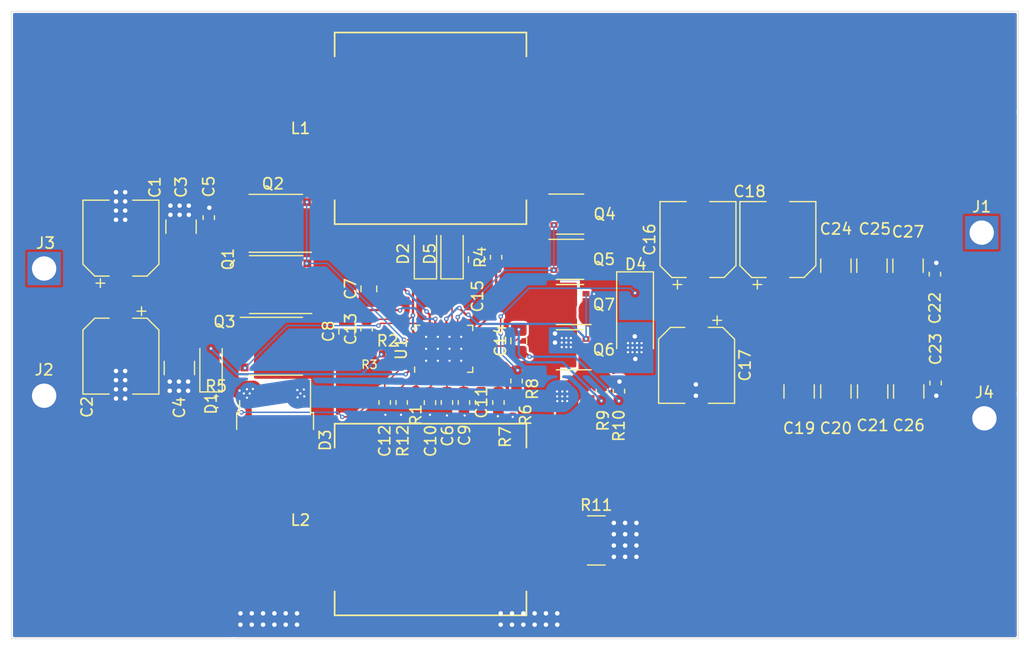
<source format=kicad_pcb>
(kicad_pcb (version 20171130) (host pcbnew 5.1.5+dfsg1-2build2)
  (layers (0 F.Cu signal) (31 B.Cu signal) (34 B.Paste user) (35 F.Paste user) (36 B.SilkS user) (37 F.SilkS user) (38 B.Mask user) (39 F.Mask user) (44 Edge.Cuts user))
  (net 0 "")
  (net 1 +VDC)
  (net 2 GND)
  (net 3 "Net-(C6-Pad2)")
  (net 4 "Net-(C7-Pad2)")
  (net 5 "Net-(C8-Pad2)")
  (net 6 "Net-(C11-Pad2)")
  (net 7 "Net-(C10-Pad2)")
  (net 8 "Net-(C11-Pad1)")
  (net 9 "Net-(C12-Pad2)")
  (net 10 "Net-(C13-Pad1)")
  (net 11 "Net-(C13-Pad2)")
  (net 12 "Net-(C14-Pad1)")
  (net 13 "Net-(C14-Pad2)")
  (net 14 SW2)
  (net 15 BOOT2)
  (net 16 VOSNS)
  (net 17 "Net-(D1-Pad1)")
  (net 18 PGOOD)
  (net 19 "Net-(D3-Pad2)")
  (net 20 HDRV2)
  (net 21 LDRV2)
  (net 22 "Net-(R1-Pad1)")
  (net 23 "Net-(R2-Pad2)")
  (net 24 "Net-(R4-Pad1)")
  (net 25 "Net-(R7-Pad1)")
  (net 26 "Net-(R12-Pad2)")
  (net 27 "Net-(Q3-Pad2)")
  (net 28 "Net-(Q1-Pad2)")
  (module Connector_PinHeader_2.54mm:PinHeader_1x01_P2.54mm_Vertical (layer F.Cu) (at 160.528 68.072)
    (fp_text reference J4 (at 0 -2.33) (layer F.SilkS))
    (fp_text value GND)
    (pad 1 thru_hole rect (at 0 0) (size 3 3) (drill 2.1844) (layers *.Cu *.Mask) (net 2 GND))
  )
  (module Connector_PinHeader_2.54mm:PinHeader_1x01_P2.54mm_Vertical (layer F.Cu) (at 160.2867 51.3842)
    (fp_text reference J1 (at 0 -2.33) (layer F.SilkS))
    (fp_text value M+)
    (pad 1 thru_hole rect (at 0 0) (size 3 3) (drill 2.1844) (layers *.Cu *.Mask) (net 16 VOSNS))
  )
  (module Connector_PinHeader_2.54mm:PinHeader_1x01_P2.54mm_Vertical (layer F.Cu) (at 76.0984 66.04)
    (fp_text reference J2 (at 0 -2.33) (layer F.SilkS))
    (fp_text value GND)
    (pad 1 thru_hole rect (at 0 0) (size 3 3) (drill 2.1844) (layers *.Cu *.Mask) (net 2 GND))
  )
  (module Capacitor_SMD:C_0603_1608Metric_Pad1.05x0.95mm_HandSolder (layer F.Cu) (at 90.8812 50.038 90)
    (fp_text reference C5 (at 2.794 0 90) (layer F.SilkS))
    (fp_text value 0.47)
    (pad 2 smd roundrect (at 0.875 0 90) (size 1.05 0.95) (layers F.Cu F.Paste F.Mask) (net 2 GND))
    (pad 1 smd roundrect (at -0.875 0 90) (size 1.05 0.95) (layers F.Cu F.Paste F.Mask) (net 1 +VDC))
  )
  (module Connector_PinHeader_2.54mm:PinHeader_1x01_P2.54mm_Vertical (layer F.Cu) (at 76.0984 54.61)
    (fp_text reference J3 (at 0.127 -2.286) (layer F.SilkS))
    (fp_text value VIN+)
    (pad 1 thru_hole rect (at 0 0) (size 3 3) (drill 2.1844) (layers *.Cu *.Mask) (net 1 +VDC))
  )
  (module Capacitor_SMD:CP_Elec_6.3x7.7 (layer F.Cu) (at 82.9945 51.8795 90)
    (fp_text reference C1 (at 4.572 3.048 90) (layer F.SilkS))
    (fp_text value 47u)
    (pad 1 smd roundrect (at -2.7 0 90) (size 3.5 1.6) (layers F.Cu F.Paste F.Mask) (roundrect_rratio 0.15625) (net 1 +VDC))
    (pad 2 smd roundrect (at 2.7 0 90) (size 3.5 1.6) (layers F.Cu F.Paste F.Mask) (roundrect_rratio 0.15625) (net 2 GND))
  )
  (module Capacitor_SMD:CP_Elec_6.3x7.7 (layer F.Cu) (at 82.9945 62.484 270)
    (fp_text reference C2 (at 4.572 3.048 90) (layer F.SilkS))
    (fp_text value 47u)
    (pad 2 smd roundrect (at 2.7 0 270) (size 3.5 1.6) (layers F.Cu F.Paste F.Mask) (roundrect_rratio 0.15625) (net 2 GND))
    (pad 1 smd roundrect (at -2.7 0 270) (size 3.5 1.6) (layers F.Cu F.Paste F.Mask) (roundrect_rratio 0.15625) (net 1 +VDC))
  )
  (module Capacitor_SMD:C_1210_3225Metric_Pad1.42x2.65mm_HandSolder (layer F.Cu) (at 88.392 50.8508 90)
    (fp_text reference C3 (at 3.556 0 90) (layer F.SilkS))
    (fp_text value 10u)
    (pad 2 smd roundrect (at 1.4875 0 90) (size 1.425 2.65) (layers F.Cu F.Paste F.Mask) (roundrect_rratio 0.175439) (net 2 GND))
    (pad 1 smd roundrect (at -1.4875 0 90) (size 1.425 2.65) (layers F.Cu F.Paste F.Mask) (roundrect_rratio 0.175439) (net 1 +VDC))
  )
  (module Capacitor_SMD:C_1210_3225Metric_Pad1.42x2.65mm_HandSolder (layer F.Cu) (at 88.2396 63.5508 270)
    (fp_text reference C4 (at 3.556 0 90) (layer F.SilkS))
    (fp_text value 10u)
    (pad 1 smd roundrect (at -1.4875 0 270) (size 1.425 2.65) (layers F.Cu F.Paste F.Mask) (roundrect_rratio 0.175439) (net 1 +VDC))
    (pad 2 smd roundrect (at 1.4875 0 270) (size 1.425 2.65) (layers F.Cu F.Paste F.Mask) (roundrect_rratio 0.175439) (net 2 GND))
  )
  (module Capacitor_SMD:C_0603_1608Metric_Pad1.05x0.95mm_HandSolder (layer F.Cu) (at 112.268 66.6496 90)
    (fp_text reference C6 (at -2.9972 0.0508 90) (layer F.SilkS))
    (fp_text value 63n)
    (pad 2 smd roundrect (at 0.875 0 90) (size 1.05 0.95) (layers F.Cu F.Paste F.Mask) (net 3 "Net-(C6-Pad2)"))
    (pad 1 smd roundrect (at -0.875 0 90) (size 1.05 0.95) (layers F.Cu F.Paste F.Mask) (net 2 GND))
  )
  (module Capacitor_SMD:C_0805_2012Metric_Pad1.15x1.40mm_HandSolder (layer F.Cu) (at 105.2576 56.4388 90)
    (fp_text reference C7 (at 0 -1.65 90) (layer F.SilkS))
    (fp_text value 1u)
    (pad 1 smd roundrect (at -1.025 0 90) (size 1.15 1.4) (layers F.Cu F.Paste F.Mask) (roundrect_rratio 0.217391) (net 2 GND))
    (pad 2 smd roundrect (at 1.025 0 90) (size 1.15 1.4) (layers F.Cu F.Paste F.Mask) (roundrect_rratio 0.217391) (net 4 "Net-(C7-Pad2)"))
  )
  (module Capacitor_SMD:C_0805_2012Metric_Pad1.15x1.40mm_HandSolder (layer F.Cu) (at 103.2764 60.2488 90)
    (fp_text reference C8 (at 0 -1.65 90) (layer F.SilkS))
    (fp_text value 1u)
    (pad 2 smd roundrect (at 1.025 0 90) (size 1.15 1.4) (layers F.Cu F.Paste F.Mask) (roundrect_rratio 0.217391) (net 5 "Net-(C8-Pad2)"))
    (pad 1 smd roundrect (at -1.025 0 90) (size 1.15 1.4) (layers F.Cu F.Paste F.Mask) (roundrect_rratio 0.217391) (net 2 GND))
  )
  (module Capacitor_SMD:C_0603_1608Metric_Pad1.05x0.95mm_HandSolder (layer F.Cu) (at 113.792 66.6496 90)
    (fp_text reference C9 (at -2.9464 0.0508 90) (layer F.SilkS))
    (fp_text value 220p)
    (pad 1 smd roundrect (at -0.875 0 90) (size 1.05 0.95) (layers F.Cu F.Paste F.Mask) (net 2 GND))
    (pad 2 smd roundrect (at 0.875 0 90) (size 1.05 0.95) (layers F.Cu F.Paste F.Mask) (net 6 "Net-(C11-Pad2)"))
  )
  (module Capacitor_SMD:C_0603_1608Metric_Pad1.05x0.95mm_HandSolder (layer F.Cu) (at 110.744 66.661 90)
    (fp_text reference C10 (at -3.443 0.0508 90) (layer F.SilkS))
    (fp_text value 150p)
    (pad 2 smd roundrect (at 0.875 0 90) (size 1.05 0.95) (layers F.Cu F.Paste F.Mask) (net 7 "Net-(C10-Pad2)"))
    (pad 1 smd roundrect (at -0.875 0 90) (size 1.05 0.95) (layers F.Cu F.Paste F.Mask) (net 2 GND))
  )
  (module Capacitor_SMD:C_0603_1608Metric_Pad1.05x0.95mm_HandSolder (layer F.Cu) (at 115.338301 66.6496 90)
    (fp_text reference C11 (at 0 0.028499 90) (layer F.SilkS))
    (fp_text value 40n)
    (pad 1 smd roundrect (at -0.875 0 90) (size 1.05 0.95) (layers F.Cu F.Paste F.Mask) (net 8 "Net-(C11-Pad1)"))
    (pad 2 smd roundrect (at 0.875 0 90) (size 1.05 0.95) (layers F.Cu F.Paste F.Mask) (net 6 "Net-(C11-Pad2)"))
  )
  (module Capacitor_SMD:C_0603_1608Metric_Pad1.05x0.95mm_HandSolder (layer F.Cu) (at 106.68 66.6496 90)
    (fp_text reference C12 (at -3.4544 0 90) (layer F.SilkS))
    (fp_text value 0.1u)
    (pad 1 smd roundrect (at -0.875 0 90) (size 1.05 0.95) (layers F.Cu F.Paste F.Mask) (net 2 GND))
    (pad 2 smd roundrect (at 0.875 0 90) (size 1.05 0.95) (layers F.Cu F.Paste F.Mask) (net 9 "Net-(C12-Pad2)"))
  )
  (module Capacitor_SMD:C_0603_1608Metric_Pad1.05x0.95mm_HandSolder (layer F.Cu) (at 105.0544 60.0456 90)
    (fp_text reference C13 (at 0 -1.43 90) (layer F.SilkS))
    (fp_text value 100n)
    (pad 1 smd roundrect (at -0.875 0 90) (size 1.05 0.95) (layers F.Cu F.Paste F.Mask) (net 10 "Net-(C13-Pad1)"))
    (pad 2 smd roundrect (at 0.875 0 90) (size 1.05 0.95) (layers F.Cu F.Paste F.Mask) (net 11 "Net-(C13-Pad2)"))
  )
  (module Capacitor_SMD:C_0805_2012Metric_Pad1.15x1.40mm_HandSolder (layer F.Cu) (at 118.7196 61.1124 90)
    (fp_text reference C14 (at 0 -1.65 90) (layer F.SilkS))
    (fp_text value 1u)
    (pad 1 smd roundrect (at -1.025 0 90) (size 1.15 1.4) (layers F.Cu F.Paste F.Mask) (roundrect_rratio 0.217391) (net 12 "Net-(C14-Pad1)"))
    (pad 2 smd roundrect (at 1.025 0 90) (size 1.15 1.4) (layers F.Cu F.Paste F.Mask) (roundrect_rratio 0.217391) (net 13 "Net-(C14-Pad2)"))
  )
  (module Capacitor_SMD:C_0805_2012Metric_Pad1.15x1.40mm_HandSolder (layer F.Cu) (at 114.9096 53.7972 270)
    (fp_text reference C15 (at 3.302 -0.1016 90) (layer F.SilkS))
    (fp_text value 100n)
    (pad 2 smd roundrect (at 1.025 0 270) (size 1.15 1.4) (layers F.Cu F.Paste F.Mask) (roundrect_rratio 0.217391) (net 14 SW2))
    (pad 1 smd roundrect (at -1.025 0 270) (size 1.15 1.4) (layers F.Cu F.Paste F.Mask) (roundrect_rratio 0.217391) (net 15 BOOT2))
  )
  (module Capacitor_SMD:CP_Elec_6.3x9.9 (layer F.Cu) (at 134.8105 52.0065 90)
    (fp_text reference C16 (at 0 -4.35 90) (layer F.SilkS))
    (fp_text value 330u)
    (pad 1 smd roundrect (at -2.8 0 90) (size 3.5 1.6) (layers F.Cu F.Paste F.Mask) (roundrect_rratio 0.15625) (net 16 VOSNS))
    (pad 2 smd roundrect (at 2.8 0 90) (size 3.5 1.6) (layers F.Cu F.Paste F.Mask) (roundrect_rratio 0.15625) (net 2 GND))
  )
  (module Capacitor_SMD:CP_Elec_6.3x9.9 (layer F.Cu) (at 134.6835 63.3095 270)
    (fp_text reference C17 (at 0 -4.35 90) (layer F.SilkS))
    (fp_text value 330u)
    (pad 2 smd roundrect (at 2.8 0 270) (size 3.5 1.6) (layers F.Cu F.Paste F.Mask) (roundrect_rratio 0.15625) (net 2 GND))
    (pad 1 smd roundrect (at -2.8 0 270) (size 3.5 1.6) (layers F.Cu F.Paste F.Mask) (roundrect_rratio 0.15625) (net 16 VOSNS))
  )
  (module Capacitor_SMD:CP_Elec_6.3x9.9 (layer F.Cu) (at 141.986 52.0065 90)
    (fp_text reference C18 (at 4.318 -2.54 180) (layer F.SilkS))
    (fp_text value 330u)
    (pad 1 smd roundrect (at -2.8 0 90) (size 3.5 1.6) (layers F.Cu F.Paste F.Mask) (roundrect_rratio 0.15625) (net 16 VOSNS))
    (pad 2 smd roundrect (at 2.8 0 90) (size 3.5 1.6) (layers F.Cu F.Paste F.Mask) (roundrect_rratio 0.15625) (net 2 GND))
  )
  (module Capacitor_SMD:C_1210_3225Metric_Pad1.42x2.65mm_HandSolder (layer F.Cu) (at 143.891 65.659 270)
    (fp_text reference C19 (at 3.302 0 180) (layer F.SilkS))
    (fp_text value 22u)
    (pad 1 smd roundrect (at -1.4875 0 270) (size 1.425 2.65) (layers F.Cu F.Paste F.Mask) (roundrect_rratio 0.175439) (net 16 VOSNS))
    (pad 2 smd roundrect (at 1.4875 0 270) (size 1.425 2.65) (layers F.Cu F.Paste F.Mask) (roundrect_rratio 0.175439) (net 2 GND))
  )
  (module Capacitor_SMD:C_1210_3225Metric_Pad1.42x2.65mm_HandSolder (layer F.Cu) (at 147.193 65.659 270)
    (fp_text reference C20 (at 3.302 0 180) (layer F.SilkS))
    (fp_text value 22u)
    (pad 1 smd roundrect (at -1.4875 0 270) (size 1.425 2.65) (layers F.Cu F.Paste F.Mask) (roundrect_rratio 0.175439) (net 16 VOSNS))
    (pad 2 smd roundrect (at 1.4875 0 270) (size 1.425 2.65) (layers F.Cu F.Paste F.Mask) (roundrect_rratio 0.175439) (net 2 GND))
  )
  (module Capacitor_SMD:C_1210_3225Metric_Pad1.42x2.65mm_HandSolder (layer F.Cu) (at 150.495 65.659 270)
    (fp_text reference C21 (at 3.048 0 180) (layer F.SilkS))
    (fp_text value 22u)
    (pad 2 smd roundrect (at 1.4875 0 270) (size 1.425 2.65) (layers F.Cu F.Paste F.Mask) (roundrect_rratio 0.175439) (net 2 GND))
    (pad 1 smd roundrect (at -1.4875 0 270) (size 1.425 2.65) (layers F.Cu F.Paste F.Mask) (roundrect_rratio 0.175439) (net 16 VOSNS))
  )
  (module Capacitor_SMD:C_0603_1608Metric_Pad1.05x0.95mm_HandSolder (layer F.Cu) (at 156.083 55.118 90)
    (fp_text reference C22 (at -3.048 0 90) (layer F.SilkS))
    (fp_text value 0.47u)
    (pad 2 smd roundrect (at 0.875 0 90) (size 1.05 0.95) (layers F.Cu F.Paste F.Mask) (net 2 GND))
    (pad 1 smd roundrect (at -0.875 0 90) (size 1.05 0.95) (layers F.Cu F.Paste F.Mask) (net 16 VOSNS))
  )
  (module Capacitor_SMD:C_0603_1608Metric_Pad1.05x0.95mm_HandSolder (layer F.Cu) (at 156.1465 64.897 270)
    (fp_text reference C23 (at -3.048 0 90) (layer F.SilkS))
    (fp_text value 0.47u)
    (pad 1 smd roundrect (at -0.875 0 270) (size 1.05 0.95) (layers F.Cu F.Paste F.Mask) (net 16 VOSNS))
    (pad 2 smd roundrect (at 0.875 0 270) (size 1.05 0.95) (layers F.Cu F.Paste F.Mask) (net 2 GND))
  )
  (module Capacitor_SMD:C_1210_3225Metric_Pad1.42x2.65mm_HandSolder (layer F.Cu) (at 147.193 54.356 90)
    (fp_text reference C24 (at 3.302 0 180) (layer F.SilkS))
    (fp_text value 22u)
    (pad 2 smd roundrect (at 1.4875 0 90) (size 1.425 2.65) (layers F.Cu F.Paste F.Mask) (roundrect_rratio 0.175439) (net 2 GND))
    (pad 1 smd roundrect (at -1.4875 0 90) (size 1.425 2.65) (layers F.Cu F.Paste F.Mask) (roundrect_rratio 0.175439) (net 16 VOSNS))
  )
  (module Capacitor_SMD:C_1210_3225Metric_Pad1.42x2.65mm_HandSolder (layer F.Cu) (at 150.4315 54.356 90)
    (fp_text reference C25 (at 3.302 0.254 180) (layer F.SilkS))
    (fp_text value 22u)
    (pad 1 smd roundrect (at -1.4875 0 90) (size 1.425 2.65) (layers F.Cu F.Paste F.Mask) (roundrect_rratio 0.175439) (net 16 VOSNS))
    (pad 2 smd roundrect (at 1.4875 0 90) (size 1.425 2.65) (layers F.Cu F.Paste F.Mask) (roundrect_rratio 0.175439) (net 2 GND))
  )
  (module Capacitor_SMD:C_1210_3225Metric_Pad1.42x2.65mm_HandSolder (layer F.Cu) (at 153.7335 65.659 270)
    (fp_text reference C26 (at 3.048 0 180) (layer F.SilkS))
    (fp_text value 22u)
    (pad 2 smd roundrect (at 1.4875 0 270) (size 1.425 2.65) (layers F.Cu F.Paste F.Mask) (roundrect_rratio 0.175439) (net 2 GND))
    (pad 1 smd roundrect (at -1.4875 0 270) (size 1.425 2.65) (layers F.Cu F.Paste F.Mask) (roundrect_rratio 0.175439) (net 16 VOSNS))
  )
  (module Capacitor_SMD:C_1210_3225Metric_Pad1.42x2.65mm_HandSolder (layer F.Cu) (at 153.67 54.356 90)
    (fp_text reference C27 (at 3.048 0 180) (layer F.SilkS))
    (fp_text value 22u)
    (pad 1 smd roundrect (at -1.4875 0 90) (size 1.425 2.65) (layers F.Cu F.Paste F.Mask) (roundrect_rratio 0.175439) (net 16 VOSNS))
    (pad 2 smd roundrect (at 1.4875 0 90) (size 1.425 2.65) (layers F.Cu F.Paste F.Mask) (roundrect_rratio 0.175439) (net 2 GND))
  )
  (module Diode_SMD:D_SOD-123 (layer F.Cu) (at 91.0844 63.4492 90)
    (fp_text reference D1 (at -3.302 0 90) (layer F.SilkS))
    (fp_text value "470mV, 500mA")
    (pad 2 smd rect (at 1.65 0 90) (size 0.9 1.2) (layers F.Cu F.Paste F.Mask) (net 1 +VDC))
    (pad 1 smd rect (at -1.65 0 90) (size 0.9 1.2) (layers F.Cu F.Paste F.Mask) (net 17 "Net-(D1-Pad1)"))
  )
  (module Diode_SMD:D_SOD-123 (layer F.Cu) (at 110.3376 53.2892 90)
    (fp_text reference D2 (at 0 -2 90) (layer F.SilkS))
    (fp_text value "470mV, 500mA")
    (pad 1 smd rect (at -1.65 0 90) (size 0.9 1.2) (layers F.Cu F.Paste F.Mask) (net 11 "Net-(C13-Pad2)"))
    (pad 2 smd rect (at 1.65 0 90) (size 0.9 1.2) (layers F.Cu F.Paste F.Mask) (net 18 PGOOD))
  )
  (module Package_TO_SOT_SMD:TO-252-2 (layer F.Cu) (at 96.8375 70.0405 270)
    (fp_text reference D3 (at 0 -4.5 90) (layer F.SilkS))
    (fp_text value "1V, 10A")
    (pad 1 smd rect (at 2.1 0 270) (size 6.4 5.8) (layers F.Cu F.Mask) (net 10 "Net-(C13-Pad1)"))
    (pad 2 smd rect (at -4.2 2.28 270) (size 2.2 1.2) (layers F.Cu F.Paste F.Mask) (net 19 "Net-(D3-Pad2)"))
    (pad 2 smd rect (at -4.2 -2.28 270) (size 2.2 1.2) (layers F.Cu F.Paste F.Mask) (net 19 "Net-(D3-Pad2)"))
  )
  (module Diode_SMD:D_SMA_Handsoldering (layer F.Cu) (at 129.159 59.309 270)
    (fp_text reference D4 (at -5.08 -0.0635 180) (layer F.SilkS))
    (fp_text value "1V, 1.6A")
    (pad 1 smd rect (at -2.5 0 270) (size 3.5 1.8) (layers F.Cu F.Paste F.Mask) (net 16 VOSNS))
    (pad 2 smd rect (at 2.5 0 270) (size 3.5 1.8) (layers F.Cu F.Paste F.Mask) (net 14 SW2))
  )
  (module Diode_SMD:D_SOD-123 (layer F.Cu) (at 112.7252 53.2892 90)
    (fp_text reference D5 (at 0 -2 90) (layer F.SilkS))
    (fp_text value "470mV, 500mA")
    (pad 1 smd rect (at -1.65 0 90) (size 0.9 1.2) (layers F.Cu F.Paste F.Mask) (net 15 BOOT2))
    (pad 2 smd rect (at 1.65 0 90) (size 0.9 1.2) (layers F.Cu F.Paste F.Mask) (net 18 PGOOD))
  )
  (module Inductor_SMD:L_Vishay_IHLP-6767 (layer F.Cu) (at 110.7948 42.0116)
    (fp_text reference L1 (at -11.684 0) (layer F.SilkS))
    (fp_text value 4.7u)
    (pad 1 smd rect (at -8.1225 0) (size 3.825 12.32) (layers F.Cu F.Paste F.Mask) (net 10 "Net-(C13-Pad1)"))
    (pad 2 smd rect (at 8.1225 0) (size 3.825 12.32) (layers F.Cu F.Paste F.Mask) (net 14 SW2))
  )
  (module Inductor_SMD:L_Vishay_IHLP-6767 (layer F.Cu) (at 110.7948 77.1652)
    (fp_text reference L2 (at -11.684 0.0508) (layer F.SilkS))
    (fp_text value 4.7u)
    (pad 2 smd rect (at 8.1225 0) (size 3.825 12.32) (layers F.Cu F.Paste F.Mask) (net 14 SW2))
    (pad 1 smd rect (at -8.1225 0) (size 3.825 12.32) (layers F.Cu F.Paste F.Mask) (net 10 "Net-(C13-Pad1)"))
  )
  (module Resistor_SMD:R_0402_1005Metric (layer F.Cu) (at 109.474 65.9384 270)
    (fp_text reference R1 (at 1.8288 0 90) (layer F.SilkS))
    (fp_text value 129.7k)
    (pad 2 smd roundrect (at 0.485 0 270) (size 0.59 0.64) (layers F.Cu F.Paste F.Mask) (net 2 GND))
    (pad 1 smd roundrect (at -0.485 0 270) (size 0.59 0.64) (layers F.Cu F.Paste F.Mask) (net 22 "Net-(R1-Pad1)"))
  )
  (module Resistor_SMD:R_0402_1005Metric (layer F.Cu) (at 106.934 62.2808)
    (fp_text reference R2 (at 0 -1.17) (layer F.SilkS))
    (fp_text value 280k)
    (pad 1 smd roundrect (at -0.485 0) (size 0.59 0.64) (layers F.Cu F.Paste F.Mask) (net 1 +VDC))
    (pad 2 smd roundrect (at 0.485 0) (size 0.59 0.64) (layers F.Cu F.Paste F.Mask) (net 23 "Net-(R2-Pad2)"))
  )
  (module Resistor_SMD:R_0402_1005Metric (layer F.Cu) (at 106.934 63.2968 180)
    (fp_text reference R3 (at 1.6256 0.0508) (layer F.SilkS) (effects (font (size 0.75 0.75) (thickness 0.12))))
    (fp_text value 67.7k)
    (pad 2 smd roundrect (at 0.485 0 180) (size 0.59 0.64) (layers F.Cu F.Paste F.Mask) (net 2 GND))
    (pad 1 smd roundrect (at -0.485 0 180) (size 0.59 0.64) (layers F.Cu F.Paste F.Mask) (net 23 "Net-(R2-Pad2)"))
  )
  (module Resistor_SMD:R_0603_1608Metric_Pad1.05x0.95mm_HandSolder (layer F.Cu) (at 116.6876 53.594 90)
    (fp_text reference R4 (at 0 -1.43 90) (layer F.SilkS))
    (fp_text value 20k)
    (pad 1 smd roundrect (at -0.875 0 90) (size 1.05 0.95) (layers F.Cu F.Paste F.Mask) (net 24 "Net-(R4-Pad1)"))
    (pad 2 smd roundrect (at 0.875 0 90) (size 1.05 0.95) (layers F.Cu F.Paste F.Mask) (net 18 PGOOD))
  )
  (module Resistor_SMD:R_0603_1608Metric_Pad1.05x0.95mm_HandSolder (layer F.Cu) (at 91.5416 66.5988)
    (fp_text reference R5 (at 0 -1.43) (layer F.SilkS))
    (fp_text value 100)
    (pad 2 smd roundrect (at 0.875 0) (size 1.05 0.95) (layers F.Cu F.Paste F.Mask) (net 9 "Net-(C12-Pad2)"))
    (pad 1 smd roundrect (at -0.875 0) (size 1.05 0.95) (layers F.Cu F.Paste F.Mask) (net 17 "Net-(D1-Pad1)"))
  )
  (module Resistor_SMD:R_0402_1005Metric (layer F.Cu) (at 118.1608 67.3608 270)
    (fp_text reference R6 (at 0.4064 -1.17 90) (layer F.SilkS))
    (fp_text value 5.44k)
    (pad 1 smd roundrect (at -0.485 0 270) (size 0.59 0.64) (layers F.Cu F.Paste F.Mask) (net 8 "Net-(C11-Pad1)"))
    (pad 2 smd roundrect (at 0.485 0 270) (size 0.59 0.64) (layers F.Cu F.Paste F.Mask) (net 2 GND))
  )
  (module Resistor_SMD:R_0603_1608Metric_Pad1.05x0.95mm_HandSolder (layer F.Cu) (at 116.8908 66.6496 270)
    (fp_text reference R7 (at 3.0988 -0.6096 90) (layer F.SilkS))
    (fp_text value 20k)
    (pad 1 smd roundrect (at -0.875 0 270) (size 1.05 0.95) (layers F.Cu F.Paste F.Mask) (net 25 "Net-(R7-Pad1)"))
    (pad 2 smd roundrect (at 0.875 0 270) (size 1.05 0.95) (layers F.Cu F.Paste F.Mask) (net 2 GND))
  )
  (module Resistor_SMD:R_0603_1608Metric_Pad1.05x0.95mm_HandSolder (layer F.Cu) (at 118.5164 64.7192 90)
    (fp_text reference R8 (at -0.7112 1.4224 90) (layer F.SilkS))
    (fp_text value 280k)
    (pad 2 smd roundrect (at 0.875 0 90) (size 1.05 0.95) (layers F.Cu F.Paste F.Mask) (net 16 VOSNS))
    (pad 1 smd roundrect (at -0.875 0 90) (size 1.05 0.95) (layers F.Cu F.Paste F.Mask) (net 25 "Net-(R7-Pad1)"))
  )
  (module Resistor_SMD:R_0603_1608Metric_Pad1.05x0.95mm_HandSolder (layer F.Cu) (at 126.1872 65.6336 270)
    (fp_text reference R9 (at 2.6416 -0.1016 90) (layer F.SilkS))
    (fp_text value 100)
    (pad 1 smd roundrect (at -0.875 0 270) (size 1.05 0.95) (layers F.Cu F.Paste F.Mask) (net 19 "Net-(D3-Pad2)"))
    (pad 2 smd roundrect (at 0.875 0 270) (size 1.05 0.95) (layers F.Cu F.Paste F.Mask) (net 13 "Net-(C14-Pad2)"))
  )
  (module Resistor_SMD:R_0603_1608Metric_Pad1.05x0.95mm_HandSolder (layer F.Cu) (at 127.7112 65.6336 270)
    (fp_text reference R10 (at 3.0988 0 90) (layer F.SilkS))
    (fp_text value 100)
    (pad 2 smd roundrect (at 0.875 0 270) (size 1.05 0.95) (layers F.Cu F.Paste F.Mask) (net 12 "Net-(C14-Pad1)"))
    (pad 1 smd roundrect (at -0.875 0 270) (size 1.05 0.95) (layers F.Cu F.Paste F.Mask) (net 2 GND))
  )
  (module Resistor_SMD:R_2816_7142Metric_Pad3.20x4.45mm_HandSolder (layer F.Cu) (at 125.6792 79.0448)
    (fp_text reference R11 (at 0 -3.18) (layer F.SilkS))
    (fp_text value 2.5m)
    (pad 1 smd roundrect (at -2.6 0) (size 3.2 4.45) (layers F.Cu F.Paste F.Mask) (roundrect_rratio 0.078125) (net 19 "Net-(D3-Pad2)"))
    (pad 2 smd roundrect (at 2.6 0) (size 3.2 4.45) (layers F.Cu F.Paste F.Mask) (roundrect_rratio 0.078125) (net 2 GND))
  )
  (module Resistor_SMD:R_0603_1608Metric_Pad1.05x0.95mm_HandSolder (layer F.Cu) (at 108.204 66.6496 90)
    (fp_text reference R12 (at -3.4544 0.1016 90) (layer F.SilkS))
    (fp_text value 93.1k)
    (pad 1 smd roundrect (at -0.875 0 90) (size 1.05 0.95) (layers F.Cu F.Paste F.Mask) (net 2 GND))
    (pad 2 smd roundrect (at 0.875 0 90) (size 1.05 0.95) (layers F.Cu F.Paste F.Mask) (net 26 "Net-(R12-Pad2)"))
  )
  (module Package_DFN_QFN:QFN-28-1EP_4x5mm_P0.5mm_EP2.65x3.65mm_ThermalVias (layer F.Cu) (at 111.9759 61.8236 90)
    (fp_text reference U1 (at 0 -3.82 90) (layer F.SilkS))
    (fp_text value TI_LM5175)
    (pad 1 smd roundrect (at -1.95 -1.75 90) (size 0.85 0.25) (layers F.Cu F.Paste F.Mask) (net 26 "Net-(R12-Pad2)"))
    (pad 2 smd roundrect (at -1.95 -1.25 90) (size 0.85 0.25) (layers F.Cu F.Paste F.Mask) (net 2 GND))
    (pad 3 smd roundrect (at -1.95 -0.75 90) (size 0.85 0.25) (layers F.Cu F.Paste F.Mask) (net 22 "Net-(R1-Pad1)"))
    (pad 4 smd roundrect (at -1.95 -0.25 90) (size 0.85 0.25) (layers F.Cu F.Paste F.Mask) (net 7 "Net-(C10-Pad2)"))
    (pad 5 smd roundrect (at -1.95 0.25 90) (size 0.85 0.25) (layers F.Cu F.Paste F.Mask) (net 3 "Net-(C6-Pad2)"))
    (pad 6 smd roundrect (at -1.95 0.75 90) (size 0.85 0.25) (layers F.Cu F.Paste F.Mask) (net 6 "Net-(C11-Pad2)"))
    (pad 7 smd roundrect (at -1.95 1.25 90) (size 0.85 0.25) (layers F.Cu F.Paste F.Mask) (net 2 GND))
    (pad 8 smd roundrect (at -1.95 1.75 90) (size 0.85 0.25) (layers F.Cu F.Paste F.Mask) (net 25 "Net-(R7-Pad1)"))
    (pad 9 smd roundrect (at -1.25 2.45 90) (size 0.25 0.85) (layers F.Cu F.Paste F.Mask) (net 16 VOSNS))
    (pad 10 smd roundrect (at -0.75 2.45 90) (size 0.25 0.85) (layers F.Cu F.Paste F.Mask) (net 2 GND))
    (pad 11 smd roundrect (at -0.25 2.45 90) (size 0.25 0.85) (layers F.Cu F.Paste F.Mask) (net 2 GND))
    (pad 12 smd roundrect (at 0.25 2.45 90) (size 0.25 0.85) (layers F.Cu F.Paste F.Mask) (net 12 "Net-(C14-Pad1)"))
    (pad 13 smd roundrect (at 0.75 2.45 90) (size 0.25 0.85) (layers F.Cu F.Paste F.Mask) (net 13 "Net-(C14-Pad2)"))
    (pad 14 smd roundrect (at 1.25 2.45 90) (size 0.25 0.85) (layers F.Cu F.Paste F.Mask) (net 24 "Net-(R4-Pad1)"))
    (pad 15 smd roundrect (at 1.95 1.75 90) (size 0.85 0.25) (layers F.Cu F.Paste F.Mask) (net 14 SW2))
    (pad 16 smd roundrect (at 1.95 1.25 90) (size 0.85 0.25) (layers F.Cu F.Paste F.Mask) (net 20 HDRV2))
    (pad 17 smd roundrect (at 1.95 0.75 90) (size 0.85 0.25) (layers F.Cu F.Paste F.Mask) (net 15 BOOT2))
    (pad 18 smd roundrect (at 1.95 0.25 90) (size 0.85 0.25) (layers F.Cu F.Paste F.Mask) (net 21 LDRV2))
    (pad 19 smd roundrect (at 1.95 -0.25 90) (size 0.85 0.25) (layers F.Cu F.Paste F.Mask) (net 2 GND))
    (pad 20 smd roundrect (at 1.95 -0.75 90) (size 0.85 0.25) (layers F.Cu F.Paste F.Mask) (net 5 "Net-(C8-Pad2)"))
    (pad 21 smd roundrect (at 1.95 -1.25 90) (size 0.85 0.25) (layers F.Cu F.Paste F.Mask) (net 4 "Net-(C7-Pad2)"))
    (pad 22 smd roundrect (at 1.95 -1.75 90) (size 0.85 0.25) (layers F.Cu F.Paste F.Mask) (net 27 "Net-(Q3-Pad2)"))
    (pad 23 smd roundrect (at 1.25 -2.45 90) (size 0.25 0.85) (layers F.Cu F.Paste F.Mask) (net 11 "Net-(C13-Pad2)"))
    (pad 24 smd roundrect (at 0.75 -2.45 90) (size 0.25 0.85) (layers F.Cu F.Paste F.Mask) (net 28 "Net-(Q1-Pad2)"))
    (pad 25 smd roundrect (at 0.25 -2.45 90) (size 0.25 0.85) (layers F.Cu F.Paste F.Mask) (net 10 "Net-(C13-Pad1)"))
    (pad 26 smd roundrect (at -0.25 -2.45 90) (size 0.25 0.85) (layers F.Cu F.Paste F.Mask) (net 23 "Net-(R2-Pad2)"))
    (pad 27 smd roundrect (at -0.75 -2.45 90) (size 0.25 0.85) (layers F.Cu F.Paste F.Mask) (net 9 "Net-(C12-Pad2)"))
    (pad 28 smd roundrect (at -1.25 -2.45 90) (size 0.25 0.85) (layers F.Cu F.Paste F.Mask) (net 1 +VDC))
    (pad 29 smd rect (at 0 0 90) (size 2.65 3.65) (layers F.Cu F.Mask) (net 2 GND))
    (pad 29 thru_hole circle (at -1.075 -1.575 90) (size 0.5 0.5) (drill 0.2) (layers *.Cu) (net 2 GND))
    (pad 29 thru_hole circle (at 0 -1.575 90) (size 0.5 0.5) (drill 0.2) (layers *.Cu) (net 2 GND))
    (pad 29 thru_hole circle (at 1.075 -1.575 90) (size 0.5 0.5) (drill 0.2) (layers *.Cu) (net 2 GND))
    (pad 29 thru_hole circle (at -1.075 -0.525 90) (size 0.5 0.5) (drill 0.2) (layers *.Cu) (net 2 GND))
    (pad 29 thru_hole circle (at 0 -0.525 90) (size 0.5 0.5) (drill 0.2) (layers *.Cu) (net 2 GND))
    (pad 29 thru_hole circle (at 1.075 -0.525 90) (size 0.5 0.5) (drill 0.2) (layers *.Cu) (net 2 GND))
    (pad 29 thru_hole circle (at -1.075 0.525 90) (size 0.5 0.5) (drill 0.2) (layers *.Cu) (net 2 GND))
    (pad 29 thru_hole circle (at 0 0.525 90) (size 0.5 0.5) (drill 0.2) (layers *.Cu) (net 2 GND))
    (pad 29 thru_hole circle (at 1.075 0.525 90) (size 0.5 0.5) (drill 0.2) (layers *.Cu) (net 2 GND))
    (pad 29 thru_hole circle (at -1.075 1.575 90) (size 0.5 0.5) (drill 0.2) (layers *.Cu) (net 2 GND))
    (pad 29 thru_hole circle (at 0 1.575 90) (size 0.5 0.5) (drill 0.2) (layers *.Cu) (net 2 GND))
    (pad 29 thru_hole circle (at 1.075 1.575 90) (size 0.5 0.5) (drill 0.2) (layers *.Cu) (net 2 GND))
    (pad 29 smd rect (at 0 0 90) (size 2.65 3.65) (layers B.Cu) (net 2 GND))
  )
  (module Package_SON:VSONP-8-1EP_5x6_P1.27mm (layer F.Cu) (at 96.934 56.055 180)
    (fp_text reference Q1 (at 4.318 2.286 270) (layer F.SilkS))
    (fp_text value Q_NMOS)
    (pad 3 smd rect (at 0.33 0 180) (size 4.35 4.51) (layers F.Cu F.Mask) (net 1 +VDC))
    (pad 1 smd rect (at -2.8 0.635 180) (size 0.7 0.7) (layers F.Cu F.Paste F.Mask) (net 10 "Net-(C13-Pad1)"))
    (pad 1 smd rect (at -2.8 -0.635 180) (size 0.7 0.7) (layers F.Cu F.Paste F.Mask) (net 10 "Net-(C13-Pad1)"))
    (pad 1 smd rect (at -2.8 -1.905 180) (size 0.7 0.7) (layers F.Cu F.Paste F.Mask) (net 10 "Net-(C13-Pad1)"))
    (pad 2 smd rect (at -2.8 1.905 180) (size 0.7 0.7) (layers F.Cu F.Paste F.Mask) (net 28 "Net-(Q1-Pad2)"))
    (pad 3 smd rect (at 2.8 1.905 180) (size 0.7 0.7) (layers F.Cu F.Paste F.Mask) (net 1 +VDC))
    (pad 3 smd rect (at 2.8 -1.905 180) (size 0.7 0.7) (layers F.Cu F.Paste F.Mask) (net 1 +VDC))
    (pad 3 smd rect (at 2.8 -0.635 180) (size 0.7 0.7) (layers F.Cu F.Paste F.Mask) (net 1 +VDC))
    (pad 3 smd rect (at 2.8 0.635 180) (size 0.7 0.7) (layers F.Cu F.Paste F.Mask) (net 1 +VDC))
  )
  (module Package_SON:VSONP-8-1EP_5x6_P1.27mm (layer F.Cu) (at 96.901 50.546 180)
    (fp_text reference Q2 (at 0.254 3.556) (layer F.SilkS))
    (fp_text value Q_NMOS)
    (pad 3 smd rect (at 0.33 0 180) (size 4.35 4.51) (layers F.Cu F.Mask) (net 1 +VDC))
    (pad 1 smd rect (at -2.8 0.635 180) (size 0.7 0.7) (layers F.Cu F.Paste F.Mask) (net 10 "Net-(C13-Pad1)"))
    (pad 1 smd rect (at -2.8 -0.635 180) (size 0.7 0.7) (layers F.Cu F.Paste F.Mask) (net 10 "Net-(C13-Pad1)"))
    (pad 1 smd rect (at -2.8 -1.905 180) (size 0.7 0.7) (layers F.Cu F.Paste F.Mask) (net 10 "Net-(C13-Pad1)"))
    (pad 2 smd rect (at -2.8 1.905 180) (size 0.7 0.7) (layers F.Cu F.Paste F.Mask) (net 28 "Net-(Q1-Pad2)"))
    (pad 3 smd rect (at 2.8 1.905 180) (size 0.7 0.7) (layers F.Cu F.Paste F.Mask) (net 1 +VDC))
    (pad 3 smd rect (at 2.8 -1.905 180) (size 0.7 0.7) (layers F.Cu F.Paste F.Mask) (net 1 +VDC))
    (pad 3 smd rect (at 2.8 -0.635 180) (size 0.7 0.7) (layers F.Cu F.Paste F.Mask) (net 1 +VDC))
    (pad 3 smd rect (at 2.8 0.635 180) (size 0.7 0.7) (layers F.Cu F.Paste F.Mask) (net 1 +VDC))
  )
  (module Package_SON:VSONP-8-1EP_5x6_P1.27mm (layer F.Cu) (at 96.901 61.595)
    (fp_text reference Q3 (at -4.6075 -2.207) (layer F.SilkS))
    (fp_text value Q_NMOS)
    (pad 3 smd rect (at 2.8 0.635) (size 0.7 0.7) (layers F.Cu F.Paste F.Mask) (net 10 "Net-(C13-Pad1)"))
    (pad 3 smd rect (at 2.8 -0.635) (size 0.7 0.7) (layers F.Cu F.Paste F.Mask) (net 10 "Net-(C13-Pad1)"))
    (pad 3 smd rect (at 2.8 -1.905) (size 0.7 0.7) (layers F.Cu F.Paste F.Mask) (net 10 "Net-(C13-Pad1)"))
    (pad 3 smd rect (at 2.8 1.905) (size 0.7 0.7) (layers F.Cu F.Paste F.Mask) (net 10 "Net-(C13-Pad1)"))
    (pad 2 smd rect (at -2.8 1.905) (size 0.7 0.7) (layers F.Cu F.Paste F.Mask) (net 27 "Net-(Q3-Pad2)"))
    (pad 1 smd rect (at -2.8 -1.905) (size 0.7 0.7) (layers F.Cu F.Paste F.Mask) (net 19 "Net-(D3-Pad2)"))
    (pad 1 smd rect (at -2.8 -0.635) (size 0.7 0.7) (layers F.Cu F.Paste F.Mask) (net 19 "Net-(D3-Pad2)"))
    (pad 1 smd rect (at -2.8 0.635) (size 0.7 0.7) (layers F.Cu F.Paste F.Mask) (net 19 "Net-(D3-Pad2)"))
    (pad 3 smd rect (at 0.33 0) (size 4.35 4.51) (layers F.Cu F.Mask) (net 10 "Net-(C13-Pad1)"))
  )
  (module Package_SON:VSON-8_3.3x3.3mm_P0.65mm_NexFET (layer F.Cu) (at 123.317 49.7205)
    (fp_text reference Q4 (at 3.1115 0) (layer F.SilkS))
    (fp_text value Q_NMOS)
    (pad 3 smd rect (at -0.09 -0.61) (size 0.95 1.23) (layers F.Cu F.Paste F.Mask) (net 16 VOSNS))
    (pad 3 smd rect (at -0.09 0.61) (size 0.95 1.23) (layers F.Cu F.Paste F.Mask) (net 16 VOSNS))
    (pad 3 smd rect (at 0.86 -0.61) (size 0.95 1.23) (layers F.Cu F.Paste F.Mask) (net 16 VOSNS))
    (pad 3 smd rect (at 0.86 0.61) (size 0.95 1.23) (layers F.Cu F.Paste F.Mask) (net 16 VOSNS))
    (pad 3 smd rect (at 1.44 -0.97) (size 0.63 0.5) (layers F.Cu F.Paste F.Mask) (net 16 VOSNS))
    (pad 3 smd rect (at 1.44 -0.33) (size 0.63 0.5) (layers F.Cu F.Paste F.Mask) (net 16 VOSNS))
    (pad 3 smd rect (at 1.44 0.33) (size 0.63 0.5) (layers F.Cu F.Paste F.Mask) (net 16 VOSNS))
    (pad 3 smd rect (at 1.44 0.97) (size 0.63 0.5) (layers F.Cu F.Paste F.Mask) (net 16 VOSNS))
    (pad 2 smd rect (at -1.44 0.97) (size 0.63 0.5) (layers F.Cu F.Paste F.Mask) (net 20 HDRV2))
    (pad 1 smd rect (at -1.44 0.33) (size 0.63 0.5) (layers F.Cu F.Paste F.Mask) (net 14 SW2))
    (pad 1 smd rect (at -1.44 -0.33) (size 0.63 0.5) (layers F.Cu F.Paste F.Mask) (net 14 SW2))
    (pad 1 smd rect (at -1.44 -0.97) (size 0.63 0.5) (layers F.Cu F.Paste F.Mask) (net 14 SW2))
  )
  (module Package_SON:VSON-8_3.3x3.3mm_P0.65mm_NexFET (layer F.Cu) (at 123.317 53.7845)
    (fp_text reference Q5 (at 3.048 0) (layer F.SilkS))
    (fp_text value Q_NMOS)
    (pad 1 smd rect (at -1.44 -0.97) (size 0.63 0.5) (layers F.Cu F.Paste F.Mask) (net 14 SW2))
    (pad 1 smd rect (at -1.44 -0.33) (size 0.63 0.5) (layers F.Cu F.Paste F.Mask) (net 14 SW2))
    (pad 1 smd rect (at -1.44 0.33) (size 0.63 0.5) (layers F.Cu F.Paste F.Mask) (net 14 SW2))
    (pad 2 smd rect (at -1.44 0.97) (size 0.63 0.5) (layers F.Cu F.Paste F.Mask) (net 20 HDRV2))
    (pad 3 smd rect (at 1.44 0.97) (size 0.63 0.5) (layers F.Cu F.Paste F.Mask) (net 16 VOSNS))
    (pad 3 smd rect (at 1.44 0.33) (size 0.63 0.5) (layers F.Cu F.Paste F.Mask) (net 16 VOSNS))
    (pad 3 smd rect (at 1.44 -0.33) (size 0.63 0.5) (layers F.Cu F.Paste F.Mask) (net 16 VOSNS))
    (pad 3 smd rect (at 1.44 -0.97) (size 0.63 0.5) (layers F.Cu F.Paste F.Mask) (net 16 VOSNS))
    (pad 3 smd rect (at 0.86 0.61) (size 0.95 1.23) (layers F.Cu F.Paste F.Mask) (net 16 VOSNS))
    (pad 3 smd rect (at 0.86 -0.61) (size 0.95 1.23) (layers F.Cu F.Paste F.Mask) (net 16 VOSNS))
    (pad 3 smd rect (at -0.09 0.61) (size 0.95 1.23) (layers F.Cu F.Paste F.Mask) (net 16 VOSNS))
    (pad 3 smd rect (at -0.09 -0.61) (size 0.95 1.23) (layers F.Cu F.Paste F.Mask) (net 16 VOSNS))
  )
  (module Package_SON:VSON-8_3.3x3.3mm_P0.65mm_NexFET (layer F.Cu) (at 123.317 61.9125 180)
    (fp_text reference Q6 (at -3.048 0) (layer F.SilkS))
    (fp_text value Q_NMOS)
    (pad 1 smd rect (at -1.44 -0.97 180) (size 0.63 0.5) (layers F.Cu F.Paste F.Mask) (net 19 "Net-(D3-Pad2)"))
    (pad 1 smd rect (at -1.44 -0.33 180) (size 0.63 0.5) (layers F.Cu F.Paste F.Mask) (net 19 "Net-(D3-Pad2)"))
    (pad 1 smd rect (at -1.44 0.33 180) (size 0.63 0.5) (layers F.Cu F.Paste F.Mask) (net 19 "Net-(D3-Pad2)"))
    (pad 2 smd rect (at -1.44 0.97 180) (size 0.63 0.5) (layers F.Cu F.Paste F.Mask) (net 21 LDRV2))
    (pad 3 smd rect (at 1.44 0.97 180) (size 0.63 0.5) (layers F.Cu F.Paste F.Mask) (net 14 SW2))
    (pad 3 smd rect (at 1.44 0.33 180) (size 0.63 0.5) (layers F.Cu F.Paste F.Mask) (net 14 SW2))
    (pad 3 smd rect (at 1.44 -0.33 180) (size 0.63 0.5) (layers F.Cu F.Paste F.Mask) (net 14 SW2))
    (pad 3 smd rect (at 1.44 -0.97 180) (size 0.63 0.5) (layers F.Cu F.Paste F.Mask) (net 14 SW2))
    (pad 3 smd rect (at 0.86 0.61 180) (size 0.95 1.23) (layers F.Cu F.Paste F.Mask) (net 14 SW2))
    (pad 3 smd rect (at 0.86 -0.61 180) (size 0.95 1.23) (layers F.Cu F.Paste F.Mask) (net 14 SW2))
    (pad 3 smd rect (at -0.09 0.61 180) (size 0.95 1.23) (layers F.Cu F.Paste F.Mask) (net 14 SW2))
    (pad 3 smd rect (at -0.09 -0.61 180) (size 0.95 1.23) (layers F.Cu F.Paste F.Mask) (net 14 SW2))
  )
  (module Package_SON:VSON-8_3.3x3.3mm_P0.65mm_NexFET (layer F.Cu) (at 123.317 57.8485 180)
    (fp_text reference Q7 (at -3.048 0) (layer F.SilkS))
    (fp_text value Q_NMOS)
    (pad 3 smd rect (at -0.09 -0.61 180) (size 0.95 1.23) (layers F.Cu F.Paste F.Mask) (net 14 SW2))
    (pad 3 smd rect (at -0.09 0.61 180) (size 0.95 1.23) (layers F.Cu F.Paste F.Mask) (net 14 SW2))
    (pad 3 smd rect (at 0.86 -0.61 180) (size 0.95 1.23) (layers F.Cu F.Paste F.Mask) (net 14 SW2))
    (pad 3 smd rect (at 0.86 0.61 180) (size 0.95 1.23) (layers F.Cu F.Paste F.Mask) (net 14 SW2))
    (pad 3 smd rect (at 1.44 -0.97 180) (size 0.63 0.5) (layers F.Cu F.Paste F.Mask) (net 14 SW2))
    (pad 3 smd rect (at 1.44 -0.33 180) (size 0.63 0.5) (layers F.Cu F.Paste F.Mask) (net 14 SW2))
    (pad 3 smd rect (at 1.44 0.33 180) (size 0.63 0.5) (layers F.Cu F.Paste F.Mask) (net 14 SW2))
    (pad 3 smd rect (at 1.44 0.97 180) (size 0.63 0.5) (layers F.Cu F.Paste F.Mask) (net 14 SW2))
    (pad 2 smd rect (at -1.44 0.97 180) (size 0.63 0.5) (layers F.Cu F.Paste F.Mask) (net 21 LDRV2))
    (pad 1 smd rect (at -1.44 0.33 180) (size 0.63 0.5) (layers F.Cu F.Paste F.Mask) (net 19 "Net-(D3-Pad2)"))
    (pad 1 smd rect (at -1.44 -0.33 180) (size 0.63 0.5) (layers F.Cu F.Paste F.Mask) (net 19 "Net-(D3-Pad2)"))
    (pad 1 smd rect (at -1.44 -0.97 180) (size 0.63 0.5) (layers F.Cu F.Paste F.Mask) (net 19 "Net-(D3-Pad2)"))
  )
  (gr_line (start 73.152 87.884) (end 73.152 51.816) (layer Edge.Cuts) (width 0.05))
  (gr_line (start 163.576 87.884) (end 73.152 87.884) (layer Edge.Cuts) (width 0.05))
  (gr_line (start 163.576 87.376) (end 163.576 87.884) (layer Edge.Cuts) (width 0.05))
  (gr_line (start 163.576 85.852) (end 163.576 87.376) (layer Edge.Cuts) (width 0.05))
  (gr_line (start 163.576 31.496) (end 163.576 85.852) (layer Edge.Cuts) (width 0.05))
  (gr_line (start 73.152 31.496) (end 163.576 31.496) (layer Edge.Cuts) (width 0.05))
  (gr_line (start 73.152 51.816) (end 73.152 31.496) (layer Edge.Cuts) (width 0.05))
  (via (at 134.62 65.024) (size 0.8) (drill 0.4) (layers F.Cu B.Cu) (net 2))
  (via (at 134.62 66.04) (size 0.8) (drill 0.4) (layers F.Cu B.Cu) (net 2))
  (via (at 156.21 54.102) (size 0.8) (drill 0.4) (layers F.Cu B.Cu) (net 2))
  (via (at 156.21 66.04) (size 0.8) (drill 0.4) (layers F.Cu B.Cu) (net 2))
  (via (at 127.762 64.77) (size 0.8) (drill 0.4) (layers F.Cu B.Cu) (net 2))
  (via (at 128.27 79.502) (size 0.8) (drill 0.4) (layers F.Cu B.Cu) (net 2))
  (via (at 128.27 78.486) (size 0.8) (drill 0.4) (layers F.Cu B.Cu) (net 2))
  (via (at 127.254 78.486) (size 0.8) (drill 0.4) (layers F.Cu B.Cu) (net 2))
  (via (at 127.254 79.502) (size 0.8) (drill 0.4) (layers F.Cu B.Cu) (net 2))
  (via (at 127.254 80.518) (size 0.8) (drill 0.4) (layers F.Cu B.Cu) (net 2))
  (via (at 128.27 80.518) (size 0.8) (drill 0.4) (layers F.Cu B.Cu) (net 2))
  (via (at 129.286 80.518) (size 0.8) (drill 0.4) (layers F.Cu B.Cu) (net 2))
  (via (at 129.286 79.502) (size 0.8) (drill 0.4) (layers F.Cu B.Cu) (net 2))
  (via (at 129.286 78.486) (size 0.8) (drill 0.4) (layers F.Cu B.Cu) (net 2))
  (via (at 129.286 77.47) (size 0.8) (drill 0.4) (layers F.Cu B.Cu) (net 2))
  (via (at 128.27 77.47) (size 0.8) (drill 0.4) (layers F.Cu B.Cu) (net 2))
  (via (at 127.254 77.47) (size 0.8) (drill 0.4) (layers F.Cu B.Cu) (net 2))
  (via (at 87.376 65.5955) (size 0.8) (drill 0.4) (layers F.Cu B.Cu) (net 2))
  (via (at 88.2015 65.5955) (size 0.8) (drill 0.4) (layers F.Cu B.Cu) (net 2))
  (via (at 89.027 65.5955) (size 0.8) (drill 0.4) (layers F.Cu B.Cu) (net 2))
  (via (at 89.027 64.77) (size 0.8) (drill 0.4) (layers F.Cu B.Cu) (net 2))
  (via (at 88.2015 64.77) (size 0.8) (drill 0.4) (layers F.Cu B.Cu) (net 2))
  (via (at 87.376 64.77) (size 0.8) (drill 0.4) (layers F.Cu B.Cu) (net 2))
  (via (at 83.3755 63.8175) (size 0.8) (drill 0.4) (layers F.Cu B.Cu) (net 2))
  (via (at 83.3755 64.643) (size 0.8) (drill 0.4) (layers F.Cu B.Cu) (net 2))
  (via (at 83.3755 65.4685) (size 0.8) (drill 0.4) (layers F.Cu B.Cu) (net 2))
  (via (at 83.3755 66.294) (size 0.8) (drill 0.4) (layers F.Cu B.Cu) (net 2))
  (via (at 82.55 66.294) (size 0.8) (drill 0.4) (layers F.Cu B.Cu) (net 2))
  (via (at 82.55 65.4685) (size 0.8) (drill 0.4) (layers F.Cu B.Cu) (net 2))
  (via (at 82.55 64.643) (size 0.8) (drill 0.4) (layers F.Cu B.Cu) (net 2))
  (via (at 82.55 63.8175) (size 0.8) (drill 0.4) (layers F.Cu B.Cu) (net 2))
  (via (at 90.932 49.149) (size 0.8) (drill 0.4) (layers F.Cu B.Cu) (net 2))
  (via (at 87.4395 49.784) (size 0.8) (drill 0.4) (layers F.Cu B.Cu) (net 2))
  (via (at 88.265 49.784) (size 0.8) (drill 0.4) (layers F.Cu B.Cu) (net 2))
  (via (at 89.0905 49.784) (size 0.8) (drill 0.4) (layers F.Cu B.Cu) (net 2))
  (via (at 89.0905 48.9585) (size 0.8) (drill 0.4) (layers F.Cu B.Cu) (net 2))
  (via (at 88.265 48.9585) (size 0.8) (drill 0.4) (layers F.Cu B.Cu) (net 2))
  (via (at 87.4395 48.9585) (size 0.8) (drill 0.4) (layers F.Cu B.Cu) (net 2))
  (via (at 83.3755 47.752) (size 0.8) (drill 0.4) (layers F.Cu B.Cu) (net 2))
  (via (at 83.3755 48.5775) (size 0.8) (drill 0.4) (layers F.Cu B.Cu) (net 2))
  (via (at 83.3755 49.403) (size 0.8) (drill 0.4) (layers F.Cu B.Cu) (net 2))
  (via (at 83.3755 50.2285) (size 0.8) (drill 0.4) (layers F.Cu B.Cu) (net 2))
  (via (at 82.55 50.2285) (size 0.8) (drill 0.4) (layers F.Cu B.Cu) (net 2))
  (via (at 82.55 49.403) (size 0.8) (drill 0.4) (layers F.Cu B.Cu) (net 2))
  (via (at 82.55 48.5775) (size 0.8) (drill 0.4) (layers F.Cu B.Cu) (net 2))
  (via (at 82.55 47.752) (size 0.8) (drill 0.4) (layers F.Cu B.Cu) (net 2))
  (via (at 129.1336 60.706) (size 0.8) (drill 0.4) (layers F.Cu B.Cu) (net 14))
  (via (at 129.1844 62.738) (size 0.8) (drill 0.4) (layers F.Cu B.Cu) (net 14))
  (via (at 123.3932 61.6712) (size 0.4) (drill 0.2) (layers F.Cu B.Cu) (net 14))
  (via (at 122.9868 61.6712) (size 0.4) (drill 0.2) (layers F.Cu B.Cu) (net 14))
  (via (at 122.5804 61.6712) (size 0.4) (drill 0.2) (layers F.Cu B.Cu) (net 14))
  (via (at 122.5804 61.2648) (size 0.4) (drill 0.2) (layers F.Cu B.Cu) (net 14))
  (via (at 122.9868 61.2648) (size 0.4) (drill 0.2) (layers F.Cu B.Cu) (net 14))
  (via (at 123.3932 61.2648) (size 0.4) (drill 0.2) (layers F.Cu B.Cu) (net 14))
  (via (at 123.3932 60.8584) (size 0.4) (drill 0.2) (layers F.Cu B.Cu) (net 14))
  (via (at 122.9868 60.8584) (size 0.4) (drill 0.2) (layers F.Cu B.Cu) (net 14))
  (via (at 122.5804 60.8584) (size 0.4) (drill 0.2) (layers F.Cu B.Cu) (net 14))
  (via (at 129.7432 62.1284) (size 0.4) (drill 0.2) (layers F.Cu B.Cu) (net 14))
  (via (at 129.3368 62.1284) (size 0.4) (drill 0.2) (layers F.Cu B.Cu) (net 14))
  (via (at 128.9304 62.1284) (size 0.4) (drill 0.2) (layers F.Cu B.Cu) (net 14))
  (via (at 128.524 62.1284) (size 0.4) (drill 0.2) (layers F.Cu B.Cu) (net 14))
  (via (at 128.524 61.722) (size 0.4) (drill 0.2) (layers F.Cu B.Cu) (net 14))
  (via (at 128.9304 61.722) (size 0.4) (drill 0.2) (layers F.Cu B.Cu) (net 14))
  (via (at 129.3368 61.722) (size 0.4) (drill 0.2) (layers F.Cu B.Cu) (net 14))
  (via (at 129.7432 61.722) (size 0.4) (drill 0.2) (layers F.Cu B.Cu) (net 14))
  (via (at 129.7432 61.3156) (size 0.4) (drill 0.2) (layers F.Cu B.Cu) (net 14))
  (via (at 129.3368 61.3156) (size 0.4) (drill 0.2) (layers F.Cu B.Cu) (net 14))
  (via (at 128.9304 61.3156) (size 0.4) (drill 0.2) (layers F.Cu B.Cu) (net 14))
  (via (at 128.524 61.3156) (size 0.4) (drill 0.2) (layers F.Cu B.Cu) (net 14))
  (via (at 118.1735 67.945) (size 0.4) (drill 0.2) (layers F.Cu B.Cu) (net 2))
  (via (at 116.84 67.8815) (size 0.4) (drill 0.2) (layers F.Cu B.Cu) (net 2))
  (via (at 113.8555 67.818) (size 0.4) (drill 0.2) (layers F.Cu B.Cu) (net 2))
  (via (at 112.268 67.818) (size 0.4) (drill 0.2) (layers F.Cu B.Cu) (net 2))
  (via (at 110.744 67.7545) (size 0.4) (drill 0.2) (layers F.Cu B.Cu) (net 2))
  (via (at 108.1405 67.7545) (size 0.4) (drill 0.2) (layers F.Cu B.Cu) (net 2))
  (via (at 106.7435 67.7545) (size 0.4) (drill 0.2) (layers F.Cu B.Cu) (net 2))
  (via (at 108.5596 64.1096) (size 0.4) (drill 0.2) (layers F.Cu B.Cu) (net 1))
  (segment (start 109.5259 63.1433) (end 108.5596 64.1096) (width 0.2) (layer F.Cu) (net 1))
  (segment (start 109.5259 63.0736) (end 109.5259 63.1433) (width 0.2) (layer F.Cu) (net 1))
  (via (at 91.0844 61.7992) (size 0.4) (drill 0.2) (layers F.Cu B.Cu) (net 1))
  (segment (start 93.3948 64.1096) (end 91.0844 61.7992) (width 0.2) (layer B.Cu) (net 1))
  (segment (start 106.426 62.2808) (end 106.3752 62.3316) (width 0.2) (layer F.Cu) (net 1))
  (via (at 106.3752 62.3316) (size 0.4) (drill 0.2) (layers F.Cu B.Cu) (net 1))
  (segment (start 106.449 62.2808) (end 106.426 62.2808) (width 0.2) (layer F.Cu) (net 1))
  (segment (start 104.5972 64.1096) (end 104.4956 64.1096) (width 0.2) (layer B.Cu) (net 1))
  (segment (start 104.4956 64.1096) (end 93.3948 64.1096) (width 0.2) (layer B.Cu) (net 1))
  (segment (start 106.3752 62.3316) (end 104.5972 64.1096) (width 0.2) (layer B.Cu) (net 1))
  (segment (start 108.5596 64.1096) (end 104.4956 64.1096) (width 0.2) (layer B.Cu) (net 1))
  (segment (start 110.7259 63.2236) (end 110.4009 62.8986) (width 0.127) (layer F.Cu) (net 2))
  (segment (start 110.7259 63.7736) (end 110.7259 63.2236) (width 0.127) (layer F.Cu) (net 2))
  (segment (start 111.7259 60.4736) (end 111.4509 60.7486) (width 0.127) (layer F.Cu) (net 2))
  (segment (start 111.7259 59.8736) (end 111.7259 60.4736) (width 0.127) (layer F.Cu) (net 2))
  (segment (start 113.8009 62.0736) (end 113.5509 61.8236) (width 0.127) (layer F.Cu) (net 2))
  (segment (start 114.4259 62.0736) (end 113.8009 62.0736) (width 0.127) (layer F.Cu) (net 2))
  (segment (start 113.8759 62.5736) (end 113.5509 62.8986) (width 0.127) (layer F.Cu) (net 2))
  (segment (start 114.4259 62.5736) (end 113.8759 62.5736) (width 0.127) (layer F.Cu) (net 2))
  (via (at 122.174 85.598) (size 0.8) (drill 0.4) (layers F.Cu B.Cu) (net 2))
  (via (at 121.158 85.598) (size 0.8) (drill 0.4) (layers F.Cu B.Cu) (net 2))
  (via (at 120.142 85.598) (size 0.8) (drill 0.4) (layers F.Cu B.Cu) (net 2))
  (via (at 119.126 85.598) (size 0.8) (drill 0.4) (layers F.Cu B.Cu) (net 2))
  (via (at 118.11 85.598) (size 0.8) (drill 0.4) (layers F.Cu B.Cu) (net 2))
  (via (at 117.094 85.598) (size 0.8) (drill 0.4) (layers F.Cu B.Cu) (net 2))
  (via (at 117.094 86.614) (size 0.8) (drill 0.4) (layers F.Cu B.Cu) (net 2))
  (via (at 118.11 86.614) (size 0.8) (drill 0.4) (layers F.Cu B.Cu) (net 2))
  (via (at 119.126 86.614) (size 0.8) (drill 0.4) (layers F.Cu B.Cu) (net 2))
  (via (at 120.142 86.614) (size 0.8) (drill 0.4) (layers F.Cu B.Cu) (net 2))
  (via (at 121.158 86.614) (size 0.8) (drill 0.4) (layers F.Cu B.Cu) (net 2))
  (via (at 122.174 86.614) (size 0.8) (drill 0.4) (layers F.Cu B.Cu) (net 2))
  (via (at 93.726 85.598) (size 0.8) (drill 0.4) (layers F.Cu B.Cu) (net 2))
  (via (at 94.742 85.598) (size 0.8) (drill 0.4) (layers F.Cu B.Cu) (net 2))
  (via (at 95.758 85.598) (size 0.8) (drill 0.4) (layers F.Cu B.Cu) (net 2))
  (via (at 96.774 85.598) (size 0.8) (drill 0.4) (layers F.Cu B.Cu) (net 2))
  (via (at 97.79 85.598) (size 0.8) (drill 0.4) (layers F.Cu B.Cu) (net 2))
  (via (at 98.806 85.598) (size 0.8) (drill 0.4) (layers F.Cu B.Cu) (net 2))
  (via (at 98.806 86.614) (size 0.8) (drill 0.4) (layers F.Cu B.Cu) (net 2))
  (via (at 97.79 86.614) (size 0.8) (drill 0.4) (layers F.Cu B.Cu) (net 2))
  (via (at 96.774 86.614) (size 0.8) (drill 0.4) (layers F.Cu B.Cu) (net 2))
  (via (at 95.758 86.614) (size 0.8) (drill 0.4) (layers F.Cu B.Cu) (net 2))
  (via (at 94.742 86.614) (size 0.8) (drill 0.4) (layers F.Cu B.Cu) (net 2))
  (via (at 93.726 86.614) (size 0.8) (drill 0.4) (layers F.Cu B.Cu) (net 2))
  (segment (start 112.268 63.8157) (end 112.2259 63.7736) (width 0.127) (layer F.Cu) (net 3))
  (segment (start 112.268 65.7746) (end 112.268 63.8157) (width 0.127) (layer F.Cu) (net 3))
  (via (at 108.72 56.7436) (size 0.4) (drill 0.2) (layers F.Cu B.Cu) (net 4))
  (segment (start 107.3902 55.4138) (end 108.72 56.7436) (width 0.2) (layer F.Cu) (net 4))
  (segment (start 105.2576 55.4138) (end 107.3902 55.4138) (width 0.2) (layer F.Cu) (net 4))
  (via (at 110.4392 58.4708) (size 0.4) (drill 0.2) (layers F.Cu B.Cu) (net 4))
  (segment (start 110.4392 58.4628) (end 110.4392 58.4708) (width 0.2) (layer B.Cu) (net 4))
  (segment (start 108.72 56.7436) (end 110.4392 58.4628) (width 0.2) (layer B.Cu) (net 4))
  (segment (start 110.7259 58.7575) (end 110.7259 59.8736) (width 0.2) (layer F.Cu) (net 4))
  (segment (start 110.4392 58.4708) (end 110.7259 58.7575) (width 0.2) (layer F.Cu) (net 4))
  (via (at 108.0516 58.3692) (size 0.4) (drill 0.2) (layers F.Cu B.Cu) (net 5))
  (segment (start 108.02799 58.34559) (end 108.0516 58.3692) (width 0.2) (layer F.Cu) (net 5))
  (segment (start 103.57961 58.34559) (end 108.02799 58.34559) (width 0.2) (layer F.Cu) (net 5))
  (segment (start 103.2764 58.6488) (end 103.57961 58.34559) (width 0.2) (layer F.Cu) (net 5))
  (segment (start 103.2764 59.2238) (end 103.2764 58.6488) (width 0.2) (layer F.Cu) (net 5))
  (segment (start 110.359598 59.1312) (end 111.2259 59.1312) (width 0.2) (layer B.Cu) (net 5))
  (via (at 111.2259 59.1312) (size 0.4) (drill 0.2) (layers F.Cu B.Cu) (net 5))
  (segment (start 109.397599 58.169201) (end 110.359598 59.1312) (width 0.2) (layer B.Cu) (net 5))
  (segment (start 108.251599 58.169201) (end 109.397599 58.169201) (width 0.2) (layer B.Cu) (net 5))
  (segment (start 108.0516 58.3692) (end 108.251599 58.169201) (width 0.2) (layer B.Cu) (net 5))
  (segment (start 111.2259 59.1312) (end 111.2259 59.8736) (width 0.2) (layer F.Cu) (net 5))
  (segment (start 115.338301 65.7746) (end 113.792 65.7746) (width 0.127) (layer F.Cu) (net 6))
  (segment (start 112.7259 64.1835) (end 112.7259 63.7736) (width 0.127) (layer F.Cu) (net 6))
  (segment (start 113.792 65.2496) (end 112.7259 64.1835) (width 0.127) (layer F.Cu) (net 6))
  (segment (start 113.792 65.7746) (end 113.792 65.2496) (width 0.127) (layer F.Cu) (net 6))
  (segment (start 111.7259 64.1986) (end 111.7259 63.7736) (width 0.127) (layer F.Cu) (net 7))
  (segment (start 111.7259 64.2791) (end 111.7259 64.1986) (width 0.127) (layer F.Cu) (net 7))
  (segment (start 110.744 65.261) (end 111.7259 64.2791) (width 0.127) (layer F.Cu) (net 7))
  (segment (start 110.744 65.786) (end 110.744 65.261) (width 0.127) (layer F.Cu) (net 7))
  (segment (start 117.8408 66.8758) (end 118.1608 66.8758) (width 0.127) (layer F.Cu) (net 8))
  (segment (start 117.70109 66.73609) (end 117.8408 66.8758) (width 0.127) (layer F.Cu) (net 8))
  (segment (start 115.601811 66.73609) (end 117.70109 66.73609) (width 0.127) (layer F.Cu) (net 8))
  (segment (start 115.338301 66.9996) (end 115.601811 66.73609) (width 0.127) (layer F.Cu) (net 8))
  (segment (start 115.338301 67.5246) (end 115.338301 66.9996) (width 0.127) (layer F.Cu) (net 8))
  (segment (start 109.41441 62.68509) (end 109.5259 62.5736) (width 0.127) (layer F.Cu) (net 9))
  (segment (start 109.028362 62.68509) (end 109.41441 62.68509) (width 0.127) (layer F.Cu) (net 9))
  (segment (start 106.68 65.033452) (end 109.028362 62.68509) (width 0.127) (layer F.Cu) (net 9))
  (segment (start 106.68 65.7746) (end 106.68 65.033452) (width 0.127) (layer F.Cu) (net 9))
  (segment (start 92.4166 67.0738) (end 92.4166 66.5988) (width 0.127) (layer F.Cu) (net 9))
  (segment (start 106.205 65.7746) (end 104.775599 67.204001) (width 0.127) (layer F.Cu) (net 9))
  (segment (start 106.68 65.7746) (end 106.205 65.7746) (width 0.127) (layer F.Cu) (net 9))
  (via (at 93.818627 67.528661) (size 0.4) (drill 0.2) (layers F.Cu B.Cu) (net 9))
  (segment (start 92.871461 67.528661) (end 93.818627 67.528661) (width 0.127) (layer F.Cu) (net 9))
  (segment (start 92.4166 67.0738) (end 92.871461 67.528661) (width 0.127) (layer F.Cu) (net 9))
  (via (at 102.87 67.945) (size 0.4) (drill 0.2) (layers F.Cu B.Cu) (net 9))
  (segment (start 102.453661 67.528661) (end 102.87 67.945) (width 0.127) (layer B.Cu) (net 9))
  (segment (start 93.818627 67.528661) (end 102.453661 67.528661) (width 0.127) (layer B.Cu) (net 9))
  (segment (start 104.775599 67.204001) (end 104.753999 67.204001) (width 0.127) (layer F.Cu) (net 9))
  (segment (start 104.013 67.945) (end 102.87 67.945) (width 0.127) (layer F.Cu) (net 9))
  (segment (start 104.753999 67.204001) (end 104.013 67.945) (width 0.127) (layer F.Cu) (net 9))
  (segment (start 105.1824 61.5736) (end 105.0544 61.4456) (width 0.2) (layer F.Cu) (net 10))
  (segment (start 105.0544 61.4456) (end 105.0544 60.9206) (width 0.2) (layer F.Cu) (net 10))
  (segment (start 109.5259 61.5736) (end 105.1824 61.5736) (width 0.2) (layer F.Cu) (net 10))
  (segment (start 99.701 60.483) (end 99.701 60.96) (width 0.127) (layer F.Cu) (net 10))
  (segment (start 99.74871 60.43529) (end 99.701 60.483) (width 0.127) (layer F.Cu) (net 10))
  (segment (start 104.09409 60.43529) (end 99.74871 60.43529) (width 0.127) (layer F.Cu) (net 10))
  (segment (start 104.5794 60.9206) (end 104.09409 60.43529) (width 0.127) (layer F.Cu) (net 10))
  (segment (start 105.0544 60.9206) (end 104.5794 60.9206) (width 0.127) (layer F.Cu) (net 10))
  (segment (start 109.22 55.2568) (end 109.22 58.8264) (width 0.2) (layer F.Cu) (net 11))
  (segment (start 109.5376 54.9392) (end 109.22 55.2568) (width 0.2) (layer F.Cu) (net 11))
  (via (at 109.22 58.8264) (size 0.4) (drill 0.2) (layers F.Cu B.Cu) (net 11))
  (segment (start 110.3376 54.9392) (end 109.5376 54.9392) (width 0.2) (layer F.Cu) (net 11))
  (via (at 109.22 60.004301) (size 0.4) (drill 0.2) (layers F.Cu B.Cu) (net 11))
  (segment (start 109.22 58.8264) (end 109.22 60.004301) (width 0.2) (layer B.Cu) (net 11))
  (segment (start 109.22 60.2677) (end 109.5259 60.5736) (width 0.2) (layer F.Cu) (net 11))
  (segment (start 109.22 60.004301) (end 109.22 60.2677) (width 0.2) (layer F.Cu) (net 11))
  (segment (start 108.8758 59.1706) (end 109.22 58.8264) (width 0.127) (layer F.Cu) (net 11))
  (segment (start 105.0544 59.1706) (end 108.8758 59.1706) (width 0.127) (layer F.Cu) (net 11))
  (segment (start 118.7196 61.7148) (end 118.7196 62.2898) (width 0.127) (layer F.Cu) (net 12))
  (segment (start 118.5784 61.5736) (end 118.7196 61.7148) (width 0.127) (layer F.Cu) (net 12))
  (segment (start 114.4259 61.5736) (end 118.5784 61.5736) (width 0.127) (layer F.Cu) (net 12))
  (via (at 119.6848 62.5348) (size 0.4) (drill 0.2) (layers F.Cu B.Cu) (net 12))
  (segment (start 119.2874 62.1374) (end 119.6848 62.5348) (width 0.2) (layer F.Cu) (net 12))
  (segment (start 118.7196 62.1374) (end 119.2874 62.1374) (width 0.2) (layer F.Cu) (net 12))
  (via (at 127.7112 66.5086) (size 0.4) (drill 0.2) (layers F.Cu B.Cu) (net 12))
  (segment (start 123.7374 62.5348) (end 127.7112 66.5086) (width 0.2) (layer B.Cu) (net 12))
  (segment (start 119.6848 62.5348) (end 123.7374 62.5348) (width 0.2) (layer B.Cu) (net 12))
  (segment (start 118.7196 60.8148) (end 118.7196 60.2398) (width 0.127) (layer F.Cu) (net 13))
  (segment (start 118.4608 61.0736) (end 118.7196 60.8148) (width 0.127) (layer F.Cu) (net 13))
  (segment (start 114.4259 61.0736) (end 118.4608 61.0736) (width 0.127) (layer F.Cu) (net 13))
  (via (at 126.1364 66.4972) (size 0.4) (drill 0.2) (layers F.Cu B.Cu) (net 13))
  (segment (start 126.1478 66.5086) (end 126.1364 66.4972) (width 0.2) (layer F.Cu) (net 13))
  (segment (start 126.1872 66.5086) (end 126.1478 66.5086) (width 0.2) (layer F.Cu) (net 13))
  (via (at 118.7196 60.0874) (size 0.4) (drill 0.2) (layers F.Cu B.Cu) (net 13))
  (segment (start 118.7196 62.309602) (end 118.7196 60.0874) (width 0.2) (layer B.Cu) (net 13))
  (segment (start 119.444799 63.034801) (end 118.7196 62.309602) (width 0.2) (layer B.Cu) (net 13))
  (segment (start 122.674001 63.034801) (end 119.444799 63.034801) (width 0.2) (layer B.Cu) (net 13))
  (segment (start 126.1364 66.4972) (end 122.674001 63.034801) (width 0.2) (layer B.Cu) (net 13))
  (segment (start 114.9096 58.6899) (end 113.7259 59.8736) (width 0.127) (layer F.Cu) (net 14))
  (segment (start 114.9096 54.8222) (end 114.9096 58.6899) (width 0.127) (layer F.Cu) (net 14))
  (via (at 121.9708 61.2648) (size 0.8) (drill 0.4) (layers F.Cu B.Cu) (net 14))
  (via (at 121.9708 60.452) (size 0.8) (drill 0.4) (layers F.Cu B.Cu) (net 14))
  (via (at 125.476 56.896) (size 0.4) (drill 0.2) (layers F.Cu B.Cu) (net 14))
  (segment (start 112.7259 54.9399) (end 112.7252 54.9392) (width 0.127) (layer F.Cu) (net 15))
  (segment (start 112.7259 59.8736) (end 112.7259 54.9399) (width 0.127) (layer F.Cu) (net 15))
  (segment (start 114.2096 52.7722) (end 114.9096 52.7722) (width 0.127) (layer F.Cu) (net 15))
  (segment (start 112.7252 54.2566) (end 114.2096 52.7722) (width 0.127) (layer F.Cu) (net 15))
  (segment (start 112.7252 54.9392) (end 112.7252 54.2566) (width 0.127) (layer F.Cu) (net 15))
  (segment (start 117.5426 63.0736) (end 118.5164 64.0474) (width 0.127) (layer F.Cu) (net 16))
  (segment (start 114.4259 63.0736) (end 117.5426 63.0736) (width 0.127) (layer F.Cu) (net 16))
  (via (at 118.618 63.754) (size 0.4) (drill 0.2) (layers F.Cu B.Cu) (net 16))
  (segment (start 118.5278 63.8442) (end 118.618 63.754) (width 0.127) (layer F.Cu) (net 16))
  (segment (start 118.5164 63.8442) (end 118.5278 63.8442) (width 0.127) (layer F.Cu) (net 16))
  (segment (start 117.094 62.23) (end 117.094 60.452) (width 0.127) (layer B.Cu) (net 16))
  (via (at 117.094 60.452) (size 0.4) (drill 0.2) (layers F.Cu B.Cu) (net 16))
  (segment (start 118.618 63.754) (end 117.094 62.23) (width 0.127) (layer B.Cu) (net 16))
  (via (at 117.094 58.928) (size 0.4) (drill 0.2) (layers F.Cu B.Cu) (net 16))
  (segment (start 117.094 60.452) (end 117.094 58.928) (width 0.127) (layer F.Cu) (net 16))
  (via (at 129.159 56.809) (size 0.4) (drill 0.2) (layers F.Cu B.Cu) (net 16))
  (segment (start 128.731699 56.381699) (end 129.159 56.809) (width 0.127) (layer B.Cu) (net 16))
  (segment (start 119.640301 56.381699) (end 128.731699 56.381699) (width 0.127) (layer B.Cu) (net 16))
  (segment (start 117.094 58.928) (end 119.640301 56.381699) (width 0.127) (layer B.Cu) (net 16))
  (segment (start 90.6666 65.517) (end 91.0844 65.0992) (width 0.127) (layer F.Cu) (net 17))
  (segment (start 90.6666 66.5988) (end 90.6666 65.517) (width 0.127) (layer F.Cu) (net 17))
  (segment (start 113.4522 51.6392) (end 112.7252 51.6392) (width 0.127) (layer F.Cu) (net 18))
  (segment (start 116.1328 51.6392) (end 113.4522 51.6392) (width 0.127) (layer F.Cu) (net 18))
  (segment (start 116.6876 52.194) (end 116.1328 51.6392) (width 0.127) (layer F.Cu) (net 18))
  (segment (start 116.6876 52.719) (end 116.6876 52.194) (width 0.127) (layer F.Cu) (net 18))
  (segment (start 111.9982 51.6392) (end 110.3376 51.6392) (width 0.127) (layer F.Cu) (net 18))
  (segment (start 112.7252 51.6392) (end 111.9982 51.6392) (width 0.127) (layer F.Cu) (net 18))
  (segment (start 125.082001 64.097501) (end 125.082001 62.392501) (width 2) (layer F.Cu) (net 19))
  (segment (start 123.0792 66.100302) (end 123.063 65.659) (width 2) (layer F.Cu) (net 19))
  (segment (start 123.0792 79.0448) (end 123.063 66.5226) (width 2) (layer F.Cu) (net 19))
  (segment (start 125.358002 58.8185) (end 125.082001 58.8185) (width 2) (layer F.Cu) (net 19))
  (segment (start 126.272001 59.732499) (end 125.358002 58.8185) (width 2) (layer F.Cu) (net 19))
  (segment (start 126.272001 62.152501) (end 126.272001 59.732499) (width 2) (layer F.Cu) (net 19))
  (segment (start 126.032001 62.392501) (end 126.272001 62.152501) (width 2) (layer F.Cu) (net 19))
  (segment (start 125.082001 62.392501) (end 126.032001 62.392501) (width 2) (layer F.Cu) (net 19))
  (segment (start 125.740101 58.328501) (end 125.082001 58.328501) (width 2) (layer F.Cu) (net 19))
  (segment (start 126.272001 58.860401) (end 125.740101 58.328501) (width 2) (layer F.Cu) (net 19))
  (segment (start 126.272001 59.732499) (end 126.272001 58.860401) (width 2) (layer F.Cu) (net 19))
  (segment (start 126.03619 64.60759) (end 126.03619 64.7586) (width 2) (layer F.Cu) (net 19))
  (segment (start 125.526101 64.097501) (end 126.03619 64.60759) (width 2) (layer F.Cu) (net 19))
  (segment (start 125.082001 64.097501) (end 125.526101 64.097501) (width 2) (layer F.Cu) (net 19))
  (via (at 123.0792 66.100302) (size 0.4) (drill 0.2) (layers F.Cu B.Cu) (net 19))
  (via (at 99.1175 65.8405) (size 0.4) (drill 0.2) (layers F.Cu B.Cu) (net 19))
  (segment (start 99.377302 66.100302) (end 98.8568 66.1924) (width 2) (layer B.Cu) (net 19))
  (segment (start 123.0792 66.100302) (end 122.6312 66.5226) (width 2) (layer B.Cu) (net 19))
  (segment (start 123.393351 65.786151) (end 125.082001 64.097501) (width 2) (layer F.Cu) (net 19))
  (segment (start 122.621698 66.100302) (end 122.6312 65.659) (width 2) (layer B.Cu) (net 19))
  (via (at 122.621698 66.100302) (size 0.4) (drill 0.2) (layers F.Cu B.Cu) (net 19))
  (segment (start 122.164498 66.100302) (end 122.174 66.5226) (width 2) (layer B.Cu) (net 19))
  (via (at 122.164498 66.100302) (size 0.4) (drill 0.2) (layers F.Cu B.Cu) (net 19))
  (segment (start 99.456898 66.100302) (end 99.377302 66.100302) (width 2) (layer B.Cu) (net 19))
  (via (at 99.456898 66.100302) (size 0.4) (drill 0.2) (layers F.Cu B.Cu) (net 19))
  (segment (start 99.863298 66.100302) (end 99.456898 66.100302) (width 2) (layer B.Cu) (net 19))
  (segment (start 92.800999 62.389999) (end 92.990999 62.199999) (width 1.5) (layer F.Cu) (net 19))
  (segment (start 92.800999 64.610001) (end 92.800999 62.389999) (width 1.5) (layer F.Cu) (net 19))
  (segment (start 94.031498 65.8405) (end 93.6498 65.5828) (width 1.5) (layer F.Cu) (net 19))
  (segment (start 94.5575 65.8405) (end 94.8436 65.4304) (width 1.5) (layer F.Cu) (net 19))
  (segment (start 92.990999 62.199999) (end 93.726 62.199999) (width 1.5) (layer F.Cu) (net 19))
  (segment (start 93.726 62.199999) (end 93.726 60.198) (width 1.5) (layer F.Cu) (net 19))
  (via (at 94.5575 65.8405) (size 0.4) (drill 0.2) (layers F.Cu B.Cu) (net 19))
  (segment (start 99.1175 65.8405) (end 99.4156 65.4812) (width 2) (layer B.Cu) (net 19))
  (segment (start 94.031498 65.8405) (end 94.031498 65.8405) (width 1.5) (layer F.Cu) (net 19))
  (via (at 94.031498 65.8405) (size 0.4) (drill 0.2) (layers F.Cu B.Cu) (net 19))
  (segment (start 94.3102 65.4558) (end 94.031498 65.8405) (width 1.5) (layer F.Cu) (net 19))
  (via (at 94.3102 65.4558) (size 0.4) (drill 0.2) (layers F.Cu B.Cu) (net 19))
  (segment (start 94.3102 66.2178) (end 94.5575 65.8405) (width 2) (layer B.Cu) (net 19))
  (via (at 94.3102 66.2178) (size 0.4) (drill 0.2) (layers F.Cu B.Cu) (net 19))
  (segment (start 94.8436 65.4304) (end 94.3102 65.4558) (width 1.5) (layer F.Cu) (net 19))
  (via (at 94.8436 65.4304) (size 0.4) (drill 0.2) (layers F.Cu B.Cu) (net 19))
  (segment (start 93.6498 65.5828) (end 92.800999 64.610001) (width 1.5) (layer F.Cu) (net 19))
  (via (at 93.6498 65.5828) (size 0.4) (drill 0.2) (layers F.Cu B.Cu) (net 19))
  (segment (start 98.8314 65.532) (end 94.3102 66.2178) (width 2) (layer B.Cu) (net 19))
  (via (at 98.8314 65.532) (size 0.4) (drill 0.2) (layers F.Cu B.Cu) (net 19))
  (segment (start 99.4156 65.4812) (end 98.8314 65.532) (width 2) (layer B.Cu) (net 19))
  (via (at 99.4156 65.4812) (size 0.4) (drill 0.2) (layers F.Cu B.Cu) (net 19))
  (segment (start 98.8568 66.1924) (end 99.1175 65.8405) (width 2) (layer B.Cu) (net 19))
  (via (at 98.8568 66.1924) (size 0.4) (drill 0.2) (layers F.Cu B.Cu) (net 19))
  (segment (start 122.6312 66.5226) (end 122.621698 66.100302) (width 2) (layer B.Cu) (net 19))
  (via (at 122.6312 66.5226) (size 0.4) (drill 0.2) (layers F.Cu B.Cu) (net 19))
  (segment (start 122.6312 65.659) (end 122.1486 65.659) (width 2) (layer B.Cu) (net 19))
  (via (at 122.6312 65.659) (size 0.4) (drill 0.2) (layers F.Cu B.Cu) (net 19))
  (segment (start 123.063 65.659) (end 123.393351 65.786151) (width 2) (layer F.Cu) (net 19))
  (via (at 123.063 65.659) (size 0.4) (drill 0.2) (layers F.Cu B.Cu) (net 19))
  (segment (start 123.063 66.5226) (end 123.0792 66.100302) (width 2) (layer F.Cu) (net 19))
  (via (at 123.063 66.5226) (size 0.4) (drill 0.2) (layers F.Cu B.Cu) (net 19))
  (segment (start 122.174 66.5226) (end 99.863298 66.100302) (width 2) (layer B.Cu) (net 19))
  (via (at 122.174 66.5226) (size 0.4) (drill 0.2) (layers F.Cu B.Cu) (net 19))
  (segment (start 122.1486 65.659) (end 122.164498 66.100302) (width 2) (layer B.Cu) (net 19))
  (via (at 122.1486 65.659) (size 0.4) (drill 0.2) (layers F.Cu B.Cu) (net 19))
  (via (at 121.8692 54.764502) (size 0.4) (drill 0.2) (layers F.Cu B.Cu) (net 20))
  (segment (start 121.877 54.756702) (end 121.8692 54.764502) (width 0.127) (layer F.Cu) (net 20))
  (segment (start 121.877 54.7545) (end 121.877 54.756702) (width 0.127) (layer F.Cu) (net 20))
  (via (at 121.877 50.700502) (size 0.4) (drill 0.2) (layers F.Cu B.Cu) (net 20))
  (segment (start 121.8692 50.708302) (end 121.877 50.700502) (width 0.127) (layer B.Cu) (net 20))
  (segment (start 121.8692 54.764502) (end 121.8692 50.708302) (width 0.127) (layer B.Cu) (net 20))
  (segment (start 117.447498 54.764502) (end 113.2332 58.9788) (width 0.127) (layer B.Cu) (net 20))
  (via (at 113.2332 58.9788) (size 0.4) (drill 0.2) (layers F.Cu B.Cu) (net 20))
  (segment (start 121.8692 54.764502) (end 117.447498 54.764502) (width 0.127) (layer B.Cu) (net 20))
  (segment (start 113.2332 59.8663) (end 113.2259 59.8736) (width 0.127) (layer F.Cu) (net 20))
  (segment (start 113.2332 58.9788) (end 113.2332 59.8663) (width 0.127) (layer F.Cu) (net 20))
  (segment (start 124.757 56.853) (end 124.7648 56.8452) (width 0.127) (layer F.Cu) (net 21))
  (segment (start 124.757 56.8785) (end 124.757 56.853) (width 0.127) (layer F.Cu) (net 21))
  (via (at 124.757 60.932498) (size 0.4) (drill 0.2) (layers F.Cu B.Cu) (net 21))
  (segment (start 124.7648 60.924698) (end 124.757 60.932498) (width 0.127) (layer B.Cu) (net 21))
  (segment (start 124.7648 56.8452) (end 124.7648 60.924698) (width 0.127) (layer B.Cu) (net 21))
  (via (at 114.183406 58.760606) (size 0.4) (drill 0.2) (layers F.Cu B.Cu) (net 21))
  (segment (start 115.010199 59.587399) (end 114.183406 58.760606) (width 0.2) (layer B.Cu) (net 21))
  (segment (start 123.411901 59.587399) (end 115.010199 59.587399) (width 0.2) (layer B.Cu) (net 21))
  (segment (start 124.757 60.932498) (end 123.411901 59.587399) (width 0.2) (layer B.Cu) (net 21))
  (segment (start 113.980206 58.760606) (end 113.3856 58.166) (width 0.2) (layer F.Cu) (net 21))
  (via (at 113.3856 58.166) (size 0.4) (drill 0.2) (layers F.Cu B.Cu) (net 21))
  (segment (start 114.183406 58.760606) (end 113.980206 58.760606) (width 0.2) (layer F.Cu) (net 21))
  (via (at 112.2172 59.1312) (size 0.4) (drill 0.2) (layers F.Cu B.Cu) (net 21))
  (segment (start 113.1824 58.166) (end 112.2172 59.1312) (width 0.2) (layer B.Cu) (net 21))
  (segment (start 113.3856 58.166) (end 113.1824 58.166) (width 0.2) (layer B.Cu) (net 21))
  (segment (start 112.2172 59.8649) (end 112.2259 59.8736) (width 0.2) (layer F.Cu) (net 21))
  (segment (start 112.2172 59.1312) (end 112.2172 59.8649) (width 0.2) (layer F.Cu) (net 21))
  (segment (start 111.2259 64.1986) (end 111.2259 63.7736) (width 0.127) (layer F.Cu) (net 22))
  (segment (start 110.49051 64.93399) (end 111.2259 64.1986) (width 0.127) (layer F.Cu) (net 22))
  (segment (start 109.69841 64.93399) (end 110.49051 64.93399) (width 0.127) (layer F.Cu) (net 22))
  (segment (start 109.474 65.1584) (end 109.69841 64.93399) (width 0.127) (layer F.Cu) (net 22))
  (segment (start 109.474 65.4534) (end 109.474 65.1584) (width 0.127) (layer F.Cu) (net 22))
  (segment (start 107.419 63.2968) (end 107.419 62.2808) (width 0.127) (layer F.Cu) (net 23))
  (segment (start 109.1009 62.0736) (end 109.5259 62.0736) (width 0.127) (layer F.Cu) (net 23))
  (segment (start 107.9212 62.0736) (end 109.1009 62.0736) (width 0.127) (layer F.Cu) (net 23))
  (segment (start 107.714 62.2808) (end 107.9212 62.0736) (width 0.127) (layer F.Cu) (net 23))
  (segment (start 107.419 62.2808) (end 107.714 62.2808) (width 0.127) (layer F.Cu) (net 23))
  (segment (start 116.6876 58.3119) (end 114.4259 60.5736) (width 0.2) (layer F.Cu) (net 24))
  (segment (start 116.6876 54.469) (end 116.6876 58.3119) (width 0.2) (layer F.Cu) (net 24))
  (segment (start 116.9136 65.7974) (end 116.8908 65.7746) (width 0.127) (layer F.Cu) (net 25))
  (segment (start 118.5164 65.7974) (end 116.9136 65.7974) (width 0.127) (layer F.Cu) (net 25))
  (segment (start 115.4148 63.7736) (end 113.8509 63.7736) (width 0.127) (layer F.Cu) (net 25))
  (segment (start 116.8908 65.2496) (end 115.4148 63.7736) (width 0.127) (layer F.Cu) (net 25))
  (segment (start 113.8509 63.7736) (end 113.7259 63.7736) (width 0.127) (layer F.Cu) (net 25))
  (segment (start 116.8908 65.7746) (end 116.8908 65.2496) (width 0.127) (layer F.Cu) (net 25))
  (segment (start 110.2259 64.4753) (end 110.2259 63.7736) (width 0.127) (layer F.Cu) (net 26))
  (segment (start 110.09422 64.60698) (end 110.2259 64.4753) (width 0.127) (layer F.Cu) (net 26))
  (segment (start 108.84662 64.60698) (end 110.09422 64.60698) (width 0.127) (layer F.Cu) (net 26))
  (segment (start 108.204 65.2496) (end 108.84662 64.60698) (width 0.127) (layer F.Cu) (net 26))
  (segment (start 108.204 65.7746) (end 108.204 65.2496) (width 0.127) (layer F.Cu) (net 26))
  (via (at 94.1324 63.5508) (size 0.4) (drill 0.2) (layers F.Cu B.Cu) (net 27))
  (segment (start 94.101 63.5194) (end 94.1324 63.5508) (width 0.127) (layer F.Cu) (net 27))
  (segment (start 94.101 63.5) (end 94.101 63.5194) (width 0.127) (layer F.Cu) (net 27))
  (via (at 106.1212 59.7408) (size 0.4) (drill 0.2) (layers F.Cu B.Cu) (net 27))
  (segment (start 97.9424 59.7408) (end 106.1212 59.7408) (width 0.127) (layer B.Cu) (net 27))
  (segment (start 94.1324 63.5508) (end 97.9424 59.7408) (width 0.127) (layer B.Cu) (net 27))
  (segment (start 110.1009 59.7486) (end 110.2259 59.8736) (width 0.127) (layer F.Cu) (net 27))
  (segment (start 109.893101 59.540801) (end 110.1009 59.7486) (width 0.127) (layer F.Cu) (net 27))
  (segment (start 106.321199 59.540801) (end 109.893101 59.540801) (width 0.127) (layer F.Cu) (net 27))
  (segment (start 106.1212 59.7408) (end 106.321199 59.540801) (width 0.127) (layer F.Cu) (net 27))
  (via (at 99.6696 54.1528) (size 0.4) (drill 0.2) (layers F.Cu B.Cu) (net 28))
  (segment (start 99.6724 54.15) (end 99.6696 54.1528) (width 0.127) (layer F.Cu) (net 28))
  (segment (start 99.734 54.15) (end 99.6724 54.15) (width 0.127) (layer F.Cu) (net 28))
  (via (at 99.701 48.641) (size 0.4) (drill 0.2) (layers F.Cu B.Cu) (net 28))
  (segment (start 99.6696 48.6724) (end 99.701 48.641) (width 0.127) (layer B.Cu) (net 28))
  (segment (start 99.6696 54.1528) (end 99.6696 48.6724) (width 0.127) (layer B.Cu) (net 28))
  (via (at 108.4072 61.0108) (size 0.4) (drill 0.2) (layers F.Cu B.Cu) (net 28))
  (segment (start 101.5492 54.1528) (end 108.4072 61.0108) (width 0.127) (layer B.Cu) (net 28))
  (segment (start 99.6696 54.1528) (end 101.5492 54.1528) (width 0.127) (layer B.Cu) (net 28))
  (segment (start 109.4631 61.0108) (end 109.5259 61.0736) (width 0.127) (layer F.Cu) (net 28))
  (segment (start 108.4072 61.0108) (end 109.4631 61.0108) (width 0.127) (layer F.Cu) (net 28))
  (zone (net 10) (net_name "Net-(C13-Pad1)") (layer F.Cu) (priority 2) (connect_pads yes (clearance 0)) (min_thickness 0.254) (fill yes (arc_segments 32) (thermal_gap 0.508) (thermal_bridge_width 0.508))
    (polygon (pts (xy 107.442 54.102) (xy 104.14 54.102) (xy 104.14 58.166) (xy 102.108 58.166) (xy 102.108 70.104) (xy 105.918 70.104) (xy 105.918 84.836) (xy 90.678 84.836) (xy 90.678 67.818) (xy 100.076 67.818) (xy 100.076 64.516) (xy 94.742 64.516) (xy 94.742 58.928) (xy 99.06 58.928) (xy 99.06 33.274) (xy 107.442 33.274)))
  )
  (zone (net 14) (net_name SW2) (layer F.Cu) (priority 2) (connect_pads yes (clearance 0)) (min_thickness 0.254) (fill yes (arc_segments 32) (thermal_gap 0.508) (thermal_bridge_width 0.508))
    (polygon (pts (xy 122.428 55.88) (xy 123.952 55.88) (xy 123.952 63.5) (xy 122.428 63.5) (xy 122.428 84.582) (xy 112.522 84.582) (xy 112.522 33.274) (xy 122.428 33.274)))
  )
  (zone (net 14) (net_name SW2) (layer B.Cu) (priority 1) (connect_pads yes (clearance 0)) (min_thickness 0.254) (fill yes (arc_segments 32) (thermal_gap 0.508) (thermal_bridge_width 0.508))
    (polygon (pts (xy 127.508 59.436) (xy 130.81 59.436) (xy 130.81 64.008) (xy 121.412 64.008) (xy 121.412 55.88) (xy 127.508 55.88)))
  )
  (zone (net 2) (net_name GND) (layer B.Cu) (connect_pads yes (clearance 0.127)) (min_thickness 0.254) (fill yes (arc_segments 32) (thermal_gap 0.508) (thermal_bridge_width 0.508))
    (polygon (pts (xy 164.084 88.646) (xy 72.136 88.646) (xy 72.136 30.48) (xy 164.084 30.48)))
  )
  (zone (net 2) (net_name GND) (layer F.Cu) (priority 1) (connect_pads yes (clearance 0.127)) (min_thickness 0.254) (fill yes (arc_segments 32) (thermal_gap 0.508) (thermal_bridge_width 0.508))
    (polygon (pts (xy 164.084 88.646) (xy 72.136 88.646) (xy 72.136 30.48) (xy 164.084 30.48)))
  )
  (zone (net 1) (net_name +VDC) (layer F.Cu) (priority 3) (connect_pads yes (clearance 0.127)) (min_thickness 0.254) (fill yes (arc_segments 32) (thermal_gap 0.508) (thermal_bridge_width 0.508))
    (polygon (pts (xy 98.552 58.928) (xy 94.742 58.928) (xy 94.742 68.326) (xy 92.964 68.326) (xy 92.964 89.154) (xy 72.644 89.154) (xy 72.39 30.734) (xy 98.552 30.734)))
  )
  (zone (net 16) (net_name VOSNS) (layer F.Cu) (priority 2) (connect_pads yes (clearance 0.127)) (min_thickness 0.254) (fill yes (arc_segments 32) (thermal_gap 0.508) (thermal_bridge_width 0.508))
    (polygon (pts (xy 155.448 53.848) (xy 155.448 55.118) (xy 156.718 55.118) (xy 156.718 40.64) (xy 163.769315 40.64) (xy 163.930183 65.786) (xy 123.089818 65.786) (xy 122.970996 63.754) (xy 124.206 63.754) (xy 124.206 55.626) (xy 122.898747 55.626) (xy 122.742685 51.562) (xy 145.542 51.562) (xy 145.542 53.848)))
  )
)
</source>
